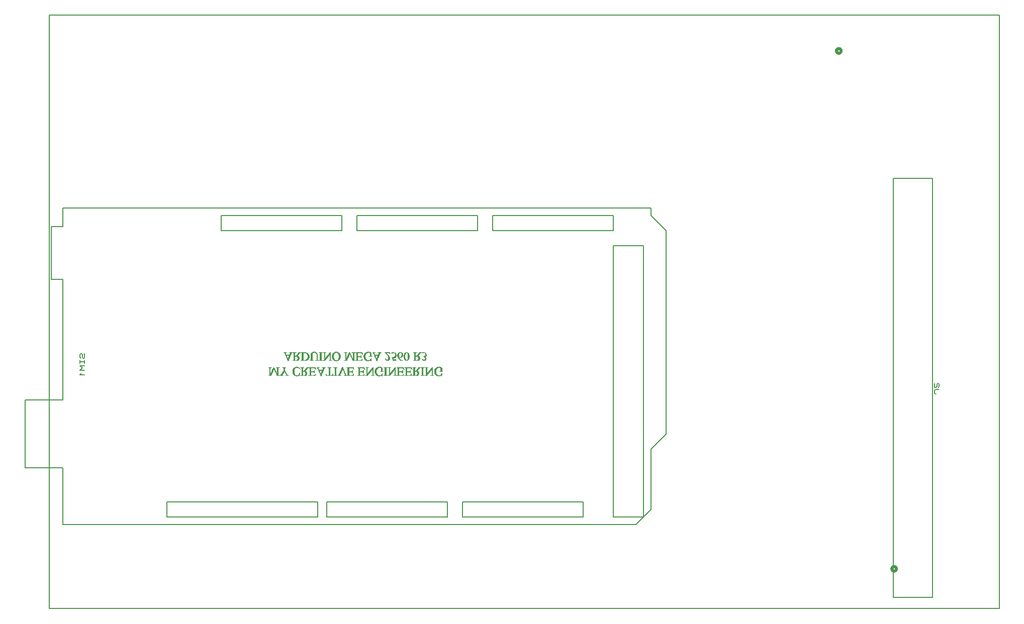
<source format=gbr>
G04 PROTEUS GERBER X2 FILE*
%TF.GenerationSoftware,Labcenter,Proteus,8.13-SP0-Build31525*%
%TF.CreationDate,2024-05-27T19:39:57+00:00*%
%TF.FileFunction,Legend,Bot*%
%TF.FilePolarity,Positive*%
%TF.Part,Single*%
%TF.SameCoordinates,{9f387fc5-f7ba-42a6-a927-b5c1fa408f1c}*%
%FSLAX45Y45*%
%MOMM*%
G01*
%TA.AperFunction,Profile*%
%ADD25C,0.203200*%
%TA.AperFunction,Material*%
%ADD28C,0.203200*%
%ADD30C,0.063500*%
%ADD29C,0.508000*%
%ADD72C,0.152400*%
%TD.AperFunction*%
D25*
X-8000000Y-5000000D02*
X+8000000Y-5000000D01*
X+8000000Y+5000000D01*
X-8000000Y+5000000D01*
X-8000000Y-5000000D01*
D28*
X-7772400Y+1752600D02*
X+2133600Y+1752600D01*
X+2387600Y+1371600D02*
X+2387600Y-2057400D01*
X+2133600Y+1752600D02*
X+2133600Y+1625600D01*
X+2387600Y+1371600D01*
X+1879600Y-3581400D02*
X-7772400Y-3581400D01*
X+2387600Y-2057400D02*
X+2133600Y-2311400D01*
X+2133600Y-3327400D01*
X+1879600Y-3581400D01*
X-7772400Y-2628900D02*
X-7772400Y-3581400D01*
X-7772400Y+1435100D02*
X-7962900Y+1435100D01*
X-7962900Y+546100D01*
X-7772400Y+546100D02*
X-7962900Y+546100D01*
X-7772400Y+1435100D02*
X-7772400Y+1752600D01*
X-7772400Y-1485900D02*
X-8407400Y-1485900D01*
X-8407400Y-2628900D01*
X-7772400Y-2628900D02*
X-8407400Y-2628900D01*
X-7772400Y+546100D02*
X-7772400Y-1485900D01*
D30*
X-3853220Y-1075680D02*
X-3817660Y-1075680D01*
X-3792260Y-1075680D02*
X-3787180Y-1075680D01*
X-3426500Y-1075680D02*
X-3421420Y-1075680D01*
X-2466380Y-1075680D02*
X-2425740Y-1075680D01*
X-2400340Y-1075680D02*
X-2395260Y-1075680D01*
X-1465620Y-1075680D02*
X-1424980Y-1075680D01*
X-1399580Y-1075680D02*
X-1394500Y-1075680D01*
X-4310420Y-1070600D02*
X-4269780Y-1070600D01*
X-4163100Y-1070600D02*
X-4061500Y-1070600D01*
X-4020860Y-1070600D02*
X-3970060Y-1070600D01*
X-3868460Y-1070600D02*
X-3807500Y-1070600D01*
X-3797340Y-1070600D02*
X-3787180Y-1070600D01*
X-3771940Y-1070600D02*
X-3690660Y-1070600D01*
X-3634780Y-1070600D02*
X-3517940Y-1070600D01*
X-3431580Y-1070600D02*
X-3421420Y-1070600D01*
X-3345220Y-1070600D02*
X-3223300Y-1070600D01*
X-3213140Y-1070600D02*
X-3152180Y-1070600D01*
X-3142020Y-1070600D02*
X-3086140Y-1070600D01*
X-3035340Y-1070600D02*
X-2877860Y-1070600D01*
X-2811820Y-1070600D02*
X-2694980Y-1070600D01*
X-2679740Y-1070600D02*
X-2644180Y-1070600D01*
X-2578140Y-1070600D02*
X-2527340Y-1070600D01*
X-2476540Y-1070600D02*
X-2415580Y-1070600D01*
X-2400340Y-1070600D02*
X-2395260Y-1070600D01*
X-2369860Y-1070600D02*
X-2308900Y-1070600D01*
X-2303820Y-1070600D02*
X-2268260Y-1070600D01*
X-2202220Y-1070600D02*
X-2034580Y-1070600D01*
X-2019340Y-1070600D02*
X-1902500Y-1070600D01*
X-1887260Y-1070600D02*
X-1805980Y-1070600D01*
X-1745020Y-1070600D02*
X-1684060Y-1070600D01*
X-1678980Y-1070600D02*
X-1643420Y-1070600D01*
X-1577380Y-1070600D02*
X-1526580Y-1070600D01*
X-1475780Y-1070600D02*
X-1414820Y-1070600D01*
X-1399580Y-1070600D02*
X-1394500Y-1070600D01*
X-4295180Y-1065520D02*
X-4264700Y-1065520D01*
X-4168180Y-1065520D02*
X-4137700Y-1065520D01*
X-4112300Y-1065520D02*
X-4071660Y-1065520D01*
X-4010700Y-1065520D02*
X-3985300Y-1065520D01*
X-3873540Y-1065520D02*
X-3848140Y-1065520D01*
X-3817660Y-1065520D02*
X-3787180Y-1065520D01*
X-3756700Y-1065520D02*
X-3675420Y-1065520D01*
X-3619540Y-1065520D02*
X-3517940Y-1065520D01*
X-3431580Y-1065520D02*
X-3416340Y-1065520D01*
X-3345220Y-1065520D02*
X-3223300Y-1065520D01*
X-3197900Y-1065520D02*
X-3167420Y-1065520D01*
X-3131860Y-1065520D02*
X-3096300Y-1065520D01*
X-3025180Y-1065520D02*
X-2999780Y-1065520D01*
X-2979460Y-1065520D02*
X-2877860Y-1065520D01*
X-2796580Y-1065520D02*
X-2694980Y-1065520D01*
X-2669580Y-1065520D02*
X-2639100Y-1065520D01*
X-2562900Y-1065520D02*
X-2542580Y-1065520D01*
X-2486700Y-1065520D02*
X-2456220Y-1065520D01*
X-2425740Y-1065520D02*
X-2395260Y-1065520D01*
X-2354620Y-1065520D02*
X-2324140Y-1065520D01*
X-2293660Y-1065520D02*
X-2263180Y-1065520D01*
X-2186980Y-1065520D02*
X-2166660Y-1065520D01*
X-2136180Y-1065520D02*
X-2034580Y-1065520D01*
X-2004100Y-1065520D02*
X-1902500Y-1065520D01*
X-1872020Y-1065520D02*
X-1790740Y-1065520D01*
X-1729780Y-1065520D02*
X-1699300Y-1065520D01*
X-1668820Y-1065520D02*
X-1638340Y-1065520D01*
X-1562140Y-1065520D02*
X-1541820Y-1065520D01*
X-1485940Y-1065520D02*
X-1455460Y-1065520D01*
X-1424980Y-1065520D02*
X-1394500Y-1065520D01*
X-4290100Y-1060440D02*
X-4264700Y-1060440D01*
X-4168180Y-1060440D02*
X-4142780Y-1060440D01*
X-4102140Y-1060440D02*
X-4076740Y-1060440D01*
X-4005620Y-1060440D02*
X-3990380Y-1060440D01*
X-3878620Y-1060440D02*
X-3858300Y-1060440D01*
X-3807500Y-1060440D02*
X-3787180Y-1060440D01*
X-3751620Y-1060440D02*
X-3731300Y-1060440D01*
X-3700820Y-1060440D02*
X-3670340Y-1060440D01*
X-3614460Y-1060440D02*
X-3594140Y-1060440D01*
X-3533180Y-1060440D02*
X-3517940Y-1060440D01*
X-3436660Y-1060440D02*
X-3416340Y-1060440D01*
X-3345220Y-1060440D02*
X-3329980Y-1060440D01*
X-3294420Y-1060440D02*
X-3274100Y-1060440D01*
X-3238540Y-1060440D02*
X-3223300Y-1060440D01*
X-3192820Y-1060440D02*
X-3172500Y-1060440D01*
X-3126780Y-1060440D02*
X-3101380Y-1060440D01*
X-3020100Y-1060440D02*
X-3004860Y-1060440D01*
X-2974380Y-1060440D02*
X-2954060Y-1060440D01*
X-2893100Y-1060440D02*
X-2877860Y-1060440D01*
X-2791500Y-1060440D02*
X-2771180Y-1060440D01*
X-2710220Y-1060440D02*
X-2694980Y-1060440D01*
X-2659420Y-1060440D02*
X-2634020Y-1060440D01*
X-2557820Y-1060440D02*
X-2547660Y-1060440D01*
X-2491780Y-1060440D02*
X-2466380Y-1060440D01*
X-2415580Y-1060440D02*
X-2395260Y-1060440D01*
X-2349540Y-1060440D02*
X-2329220Y-1060440D01*
X-2283500Y-1060440D02*
X-2258100Y-1060440D01*
X-2181900Y-1060440D02*
X-2171740Y-1060440D01*
X-2131100Y-1060440D02*
X-2110780Y-1060440D01*
X-2049820Y-1060440D02*
X-2034580Y-1060440D01*
X-1999020Y-1060440D02*
X-1978700Y-1060440D01*
X-1917740Y-1060440D02*
X-1902500Y-1060440D01*
X-1866940Y-1060440D02*
X-1846620Y-1060440D01*
X-1816140Y-1060440D02*
X-1785660Y-1060440D01*
X-1724700Y-1060440D02*
X-1704380Y-1060440D01*
X-1658660Y-1060440D02*
X-1633260Y-1060440D01*
X-1557060Y-1060440D02*
X-1546900Y-1060440D01*
X-1491020Y-1060440D02*
X-1465620Y-1060440D01*
X-1414820Y-1060440D02*
X-1394500Y-1060440D01*
X-4290100Y-1055360D02*
X-4259620Y-1055360D01*
X-4173260Y-1055360D02*
X-4142780Y-1055360D01*
X-4102140Y-1055360D02*
X-4076740Y-1055360D01*
X-4005620Y-1055360D02*
X-3995460Y-1055360D01*
X-3883700Y-1055360D02*
X-3863380Y-1055360D01*
X-3802420Y-1055360D02*
X-3787180Y-1055360D01*
X-3751620Y-1055360D02*
X-3731300Y-1055360D01*
X-3690660Y-1055360D02*
X-3665260Y-1055360D01*
X-3614460Y-1055360D02*
X-3594140Y-1055360D01*
X-3528100Y-1055360D02*
X-3517940Y-1055360D01*
X-3436660Y-1055360D02*
X-3411260Y-1055360D01*
X-3345220Y-1055360D02*
X-3335060Y-1055360D01*
X-3294420Y-1055360D02*
X-3274100Y-1055360D01*
X-3233460Y-1055360D02*
X-3223300Y-1055360D01*
X-3192820Y-1055360D02*
X-3172500Y-1055360D01*
X-3121700Y-1055360D02*
X-3101380Y-1055360D01*
X-3020100Y-1055360D02*
X-3009940Y-1055360D01*
X-2974380Y-1055360D02*
X-2954060Y-1055360D01*
X-2888020Y-1055360D02*
X-2877860Y-1055360D01*
X-2791500Y-1055360D02*
X-2771180Y-1055360D01*
X-2705140Y-1055360D02*
X-2694980Y-1055360D01*
X-2654340Y-1055360D02*
X-2628940Y-1055360D01*
X-2557820Y-1055360D02*
X-2547660Y-1055360D01*
X-2496860Y-1055360D02*
X-2471460Y-1055360D01*
X-2405420Y-1055360D02*
X-2390180Y-1055360D01*
X-2349540Y-1055360D02*
X-2329220Y-1055360D01*
X-2278420Y-1055360D02*
X-2253020Y-1055360D01*
X-2181900Y-1055360D02*
X-2171740Y-1055360D01*
X-2131100Y-1055360D02*
X-2110780Y-1055360D01*
X-2044740Y-1055360D02*
X-2034580Y-1055360D01*
X-1999020Y-1055360D02*
X-1978700Y-1055360D01*
X-1912660Y-1055360D02*
X-1902500Y-1055360D01*
X-1866940Y-1055360D02*
X-1846620Y-1055360D01*
X-1805980Y-1055360D02*
X-1780580Y-1055360D01*
X-1724700Y-1055360D02*
X-1704380Y-1055360D01*
X-1653580Y-1055360D02*
X-1628180Y-1055360D01*
X-1557060Y-1055360D02*
X-1546900Y-1055360D01*
X-1496100Y-1055360D02*
X-1470700Y-1055360D01*
X-1404660Y-1055360D02*
X-1389420Y-1055360D01*
X-4290100Y-1050280D02*
X-4259620Y-1050280D01*
X-4173260Y-1050280D02*
X-4142780Y-1050280D01*
X-4097060Y-1050280D02*
X-4071660Y-1050280D01*
X-4010700Y-1050280D02*
X-4000540Y-1050280D01*
X-3888780Y-1050280D02*
X-3868460Y-1050280D01*
X-3797340Y-1050280D02*
X-3782100Y-1050280D01*
X-3751620Y-1050280D02*
X-3731300Y-1050280D01*
X-3685580Y-1050280D02*
X-3665260Y-1050280D01*
X-3614460Y-1050280D02*
X-3594140Y-1050280D01*
X-3523020Y-1050280D02*
X-3517940Y-1050280D01*
X-3436660Y-1050280D02*
X-3411260Y-1050280D01*
X-3345220Y-1050280D02*
X-3335060Y-1050280D01*
X-3294420Y-1050280D02*
X-3274100Y-1050280D01*
X-3233460Y-1050280D02*
X-3223300Y-1050280D01*
X-3192820Y-1050280D02*
X-3172500Y-1050280D01*
X-3121700Y-1050280D02*
X-3101380Y-1050280D01*
X-3020100Y-1050280D02*
X-3009940Y-1050280D01*
X-2974380Y-1050280D02*
X-2954060Y-1050280D01*
X-2882940Y-1050280D02*
X-2877860Y-1050280D01*
X-2791500Y-1050280D02*
X-2771180Y-1050280D01*
X-2700060Y-1050280D02*
X-2694980Y-1050280D01*
X-2654340Y-1050280D02*
X-2628940Y-1050280D01*
X-2557820Y-1050280D02*
X-2547660Y-1050280D01*
X-2501940Y-1050280D02*
X-2476540Y-1050280D01*
X-2405420Y-1050280D02*
X-2390180Y-1050280D01*
X-2349540Y-1050280D02*
X-2329220Y-1050280D01*
X-2278420Y-1050280D02*
X-2253020Y-1050280D01*
X-2181900Y-1050280D02*
X-2171740Y-1050280D01*
X-2131100Y-1050280D02*
X-2110780Y-1050280D01*
X-2039660Y-1050280D02*
X-2034580Y-1050280D01*
X-1999020Y-1050280D02*
X-1978700Y-1050280D01*
X-1907580Y-1050280D02*
X-1902500Y-1050280D01*
X-1866940Y-1050280D02*
X-1846620Y-1050280D01*
X-1800900Y-1050280D02*
X-1780580Y-1050280D01*
X-1724700Y-1050280D02*
X-1704380Y-1050280D01*
X-1653580Y-1050280D02*
X-1628180Y-1050280D01*
X-1557060Y-1050280D02*
X-1546900Y-1050280D01*
X-1501180Y-1050280D02*
X-1475780Y-1050280D01*
X-1404660Y-1050280D02*
X-1389420Y-1050280D01*
X-4290100Y-1045200D02*
X-4254540Y-1045200D01*
X-4178340Y-1045200D02*
X-4142780Y-1045200D01*
X-4091980Y-1045200D02*
X-4071660Y-1045200D01*
X-4010700Y-1045200D02*
X-4000540Y-1045200D01*
X-3893860Y-1045200D02*
X-3868460Y-1045200D01*
X-3792260Y-1045200D02*
X-3782100Y-1045200D01*
X-3751620Y-1045200D02*
X-3731300Y-1045200D01*
X-3685580Y-1045200D02*
X-3660180Y-1045200D01*
X-3614460Y-1045200D02*
X-3594140Y-1045200D01*
X-3523020Y-1045200D02*
X-3517940Y-1045200D01*
X-3441740Y-1045200D02*
X-3411260Y-1045200D01*
X-3345220Y-1045200D02*
X-3340140Y-1045200D01*
X-3294420Y-1045200D02*
X-3274100Y-1045200D01*
X-3228380Y-1045200D02*
X-3223300Y-1045200D01*
X-3192820Y-1045200D02*
X-3172500Y-1045200D01*
X-3121700Y-1045200D02*
X-3096300Y-1045200D01*
X-3025180Y-1045200D02*
X-3015020Y-1045200D01*
X-2974380Y-1045200D02*
X-2954060Y-1045200D01*
X-2882940Y-1045200D02*
X-2877860Y-1045200D01*
X-2791500Y-1045200D02*
X-2771180Y-1045200D01*
X-2700060Y-1045200D02*
X-2694980Y-1045200D01*
X-2654340Y-1045200D02*
X-2623860Y-1045200D01*
X-2557820Y-1045200D02*
X-2547660Y-1045200D01*
X-2501940Y-1045200D02*
X-2481620Y-1045200D01*
X-2400340Y-1045200D02*
X-2390180Y-1045200D01*
X-2349540Y-1045200D02*
X-2329220Y-1045200D01*
X-2278420Y-1045200D02*
X-2247940Y-1045200D01*
X-2181900Y-1045200D02*
X-2171740Y-1045200D01*
X-2131100Y-1045200D02*
X-2110780Y-1045200D01*
X-2039660Y-1045200D02*
X-2034580Y-1045200D01*
X-1999020Y-1045200D02*
X-1978700Y-1045200D01*
X-1907580Y-1045200D02*
X-1902500Y-1045200D01*
X-1866940Y-1045200D02*
X-1846620Y-1045200D01*
X-1800900Y-1045200D02*
X-1775500Y-1045200D01*
X-1724700Y-1045200D02*
X-1704380Y-1045200D01*
X-1653580Y-1045200D02*
X-1623100Y-1045200D01*
X-1557060Y-1045200D02*
X-1546900Y-1045200D01*
X-1501180Y-1045200D02*
X-1480860Y-1045200D01*
X-1399580Y-1045200D02*
X-1389420Y-1045200D01*
X-4290100Y-1040120D02*
X-4279940Y-1040120D01*
X-4274860Y-1040120D02*
X-4254540Y-1040120D01*
X-4178340Y-1040120D02*
X-4168180Y-1040120D01*
X-4163100Y-1040120D02*
X-4142780Y-1040120D01*
X-4086900Y-1040120D02*
X-4066580Y-1040120D01*
X-4015780Y-1040120D02*
X-4005620Y-1040120D01*
X-3893860Y-1040120D02*
X-3873540Y-1040120D01*
X-3792260Y-1040120D02*
X-3782100Y-1040120D01*
X-3751620Y-1040120D02*
X-3731300Y-1040120D01*
X-3680500Y-1040120D02*
X-3660180Y-1040120D01*
X-3614460Y-1040120D02*
X-3594140Y-1040120D01*
X-3441740Y-1040120D02*
X-3431580Y-1040120D01*
X-3426500Y-1040120D02*
X-3406180Y-1040120D01*
X-3345220Y-1040120D02*
X-3340140Y-1040120D01*
X-3294420Y-1040120D02*
X-3274100Y-1040120D01*
X-3228380Y-1040120D02*
X-3223300Y-1040120D01*
X-3192820Y-1040120D02*
X-3172500Y-1040120D01*
X-3116620Y-1040120D02*
X-3096300Y-1040120D01*
X-3025180Y-1040120D02*
X-3015020Y-1040120D01*
X-2974380Y-1040120D02*
X-2954060Y-1040120D01*
X-2791500Y-1040120D02*
X-2771180Y-1040120D01*
X-2654340Y-1040120D02*
X-2618780Y-1040120D01*
X-2557820Y-1040120D02*
X-2547660Y-1040120D01*
X-2507020Y-1040120D02*
X-2486700Y-1040120D01*
X-2400340Y-1040120D02*
X-2390180Y-1040120D01*
X-2349540Y-1040120D02*
X-2329220Y-1040120D01*
X-2278420Y-1040120D02*
X-2242860Y-1040120D01*
X-2181900Y-1040120D02*
X-2171740Y-1040120D01*
X-2131100Y-1040120D02*
X-2110780Y-1040120D01*
X-1999020Y-1040120D02*
X-1978700Y-1040120D01*
X-1866940Y-1040120D02*
X-1846620Y-1040120D01*
X-1795820Y-1040120D02*
X-1775500Y-1040120D01*
X-1724700Y-1040120D02*
X-1704380Y-1040120D01*
X-1653580Y-1040120D02*
X-1618020Y-1040120D01*
X-1557060Y-1040120D02*
X-1546900Y-1040120D01*
X-1506260Y-1040120D02*
X-1485940Y-1040120D01*
X-1399580Y-1040120D02*
X-1389420Y-1040120D01*
X-4290100Y-1035040D02*
X-4279940Y-1035040D01*
X-4274860Y-1035040D02*
X-4249460Y-1035040D01*
X-4178340Y-1035040D02*
X-4168180Y-1035040D01*
X-4163100Y-1035040D02*
X-4142780Y-1035040D01*
X-4086900Y-1035040D02*
X-4061500Y-1035040D01*
X-4020860Y-1035040D02*
X-4010700Y-1035040D01*
X-3898940Y-1035040D02*
X-3873540Y-1035040D01*
X-3787180Y-1035040D02*
X-3782100Y-1035040D01*
X-3751620Y-1035040D02*
X-3731300Y-1035040D01*
X-3680500Y-1035040D02*
X-3660180Y-1035040D01*
X-3614460Y-1035040D02*
X-3594140Y-1035040D01*
X-3446820Y-1035040D02*
X-3431580Y-1035040D01*
X-3426500Y-1035040D02*
X-3406180Y-1035040D01*
X-3294420Y-1035040D02*
X-3274100Y-1035040D01*
X-3192820Y-1035040D02*
X-3172500Y-1035040D01*
X-3116620Y-1035040D02*
X-3091220Y-1035040D01*
X-3025180Y-1035040D02*
X-3015020Y-1035040D01*
X-2974380Y-1035040D02*
X-2954060Y-1035040D01*
X-2791500Y-1035040D02*
X-2771180Y-1035040D01*
X-2654340Y-1035040D02*
X-2644180Y-1035040D01*
X-2639100Y-1035040D02*
X-2613700Y-1035040D01*
X-2557820Y-1035040D02*
X-2547660Y-1035040D01*
X-2512100Y-1035040D02*
X-2486700Y-1035040D01*
X-2395260Y-1035040D02*
X-2390180Y-1035040D01*
X-2349540Y-1035040D02*
X-2329220Y-1035040D01*
X-2278420Y-1035040D02*
X-2268260Y-1035040D01*
X-2263180Y-1035040D02*
X-2237780Y-1035040D01*
X-2181900Y-1035040D02*
X-2171740Y-1035040D01*
X-2131100Y-1035040D02*
X-2110780Y-1035040D01*
X-1999020Y-1035040D02*
X-1978700Y-1035040D01*
X-1866940Y-1035040D02*
X-1846620Y-1035040D01*
X-1795820Y-1035040D02*
X-1775500Y-1035040D01*
X-1724700Y-1035040D02*
X-1704380Y-1035040D01*
X-1653580Y-1035040D02*
X-1643420Y-1035040D01*
X-1638340Y-1035040D02*
X-1612940Y-1035040D01*
X-1557060Y-1035040D02*
X-1546900Y-1035040D01*
X-1511340Y-1035040D02*
X-1485940Y-1035040D01*
X-1394500Y-1035040D02*
X-1389420Y-1035040D01*
X-4290100Y-1029960D02*
X-4279940Y-1029960D01*
X-4269780Y-1029960D02*
X-4249460Y-1029960D01*
X-4183420Y-1029960D02*
X-4173260Y-1029960D01*
X-4163100Y-1029960D02*
X-4142780Y-1029960D01*
X-4081820Y-1029960D02*
X-4056420Y-1029960D01*
X-4020860Y-1029960D02*
X-4010700Y-1029960D01*
X-3898940Y-1029960D02*
X-3873540Y-1029960D01*
X-3787180Y-1029960D02*
X-3782100Y-1029960D01*
X-3751620Y-1029960D02*
X-3731300Y-1029960D01*
X-3680500Y-1029960D02*
X-3660180Y-1029960D01*
X-3614460Y-1029960D02*
X-3594140Y-1029960D01*
X-3538260Y-1029960D02*
X-3533180Y-1029960D01*
X-3446820Y-1029960D02*
X-3436660Y-1029960D01*
X-3421420Y-1029960D02*
X-3401100Y-1029960D01*
X-3294420Y-1029960D02*
X-3274100Y-1029960D01*
X-3192820Y-1029960D02*
X-3172500Y-1029960D01*
X-3111540Y-1029960D02*
X-3091220Y-1029960D01*
X-3030260Y-1029960D02*
X-3020100Y-1029960D01*
X-2974380Y-1029960D02*
X-2954060Y-1029960D01*
X-2898180Y-1029960D02*
X-2893100Y-1029960D01*
X-2791500Y-1029960D02*
X-2771180Y-1029960D01*
X-2715300Y-1029960D02*
X-2710220Y-1029960D01*
X-2654340Y-1029960D02*
X-2644180Y-1029960D01*
X-2634020Y-1029960D02*
X-2608620Y-1029960D01*
X-2557820Y-1029960D02*
X-2547660Y-1029960D01*
X-2512100Y-1029960D02*
X-2486700Y-1029960D01*
X-2349540Y-1029960D02*
X-2329220Y-1029960D01*
X-2278420Y-1029960D02*
X-2268260Y-1029960D01*
X-2258100Y-1029960D02*
X-2232700Y-1029960D01*
X-2181900Y-1029960D02*
X-2171740Y-1029960D01*
X-2131100Y-1029960D02*
X-2110780Y-1029960D01*
X-2054900Y-1029960D02*
X-2049820Y-1029960D01*
X-1999020Y-1029960D02*
X-1978700Y-1029960D01*
X-1922820Y-1029960D02*
X-1917740Y-1029960D01*
X-1866940Y-1029960D02*
X-1846620Y-1029960D01*
X-1795820Y-1029960D02*
X-1775500Y-1029960D01*
X-1724700Y-1029960D02*
X-1704380Y-1029960D01*
X-1653580Y-1029960D02*
X-1643420Y-1029960D01*
X-1633260Y-1029960D02*
X-1607860Y-1029960D01*
X-1557060Y-1029960D02*
X-1546900Y-1029960D01*
X-1511340Y-1029960D02*
X-1485940Y-1029960D01*
X-4290100Y-1024880D02*
X-4279940Y-1024880D01*
X-4269780Y-1024880D02*
X-4244380Y-1024880D01*
X-4183420Y-1024880D02*
X-4173260Y-1024880D01*
X-4163100Y-1024880D02*
X-4142780Y-1024880D01*
X-4076740Y-1024880D02*
X-4056420Y-1024880D01*
X-4025940Y-1024880D02*
X-4015780Y-1024880D01*
X-3898940Y-1024880D02*
X-3878620Y-1024880D01*
X-3751620Y-1024880D02*
X-3731300Y-1024880D01*
X-3685580Y-1024880D02*
X-3660180Y-1024880D01*
X-3614460Y-1024880D02*
X-3594140Y-1024880D01*
X-3538260Y-1024880D02*
X-3533180Y-1024880D01*
X-3446820Y-1024880D02*
X-3436660Y-1024880D01*
X-3421420Y-1024880D02*
X-3401100Y-1024880D01*
X-3294420Y-1024880D02*
X-3274100Y-1024880D01*
X-3192820Y-1024880D02*
X-3172500Y-1024880D01*
X-3111540Y-1024880D02*
X-3086140Y-1024880D01*
X-3030260Y-1024880D02*
X-3020100Y-1024880D01*
X-2974380Y-1024880D02*
X-2954060Y-1024880D01*
X-2898180Y-1024880D02*
X-2893100Y-1024880D01*
X-2791500Y-1024880D02*
X-2771180Y-1024880D01*
X-2715300Y-1024880D02*
X-2710220Y-1024880D01*
X-2654340Y-1024880D02*
X-2644180Y-1024880D01*
X-2628940Y-1024880D02*
X-2603540Y-1024880D01*
X-2557820Y-1024880D02*
X-2547660Y-1024880D01*
X-2512100Y-1024880D02*
X-2491780Y-1024880D01*
X-2349540Y-1024880D02*
X-2329220Y-1024880D01*
X-2278420Y-1024880D02*
X-2268260Y-1024880D01*
X-2253020Y-1024880D02*
X-2227620Y-1024880D01*
X-2181900Y-1024880D02*
X-2171740Y-1024880D01*
X-2131100Y-1024880D02*
X-2110780Y-1024880D01*
X-2054900Y-1024880D02*
X-2049820Y-1024880D01*
X-1999020Y-1024880D02*
X-1978700Y-1024880D01*
X-1922820Y-1024880D02*
X-1917740Y-1024880D01*
X-1866940Y-1024880D02*
X-1846620Y-1024880D01*
X-1800900Y-1024880D02*
X-1775500Y-1024880D01*
X-1724700Y-1024880D02*
X-1704380Y-1024880D01*
X-1653580Y-1024880D02*
X-1643420Y-1024880D01*
X-1628180Y-1024880D02*
X-1602780Y-1024880D01*
X-1557060Y-1024880D02*
X-1546900Y-1024880D01*
X-1511340Y-1024880D02*
X-1491020Y-1024880D01*
X-4290100Y-1019800D02*
X-4279940Y-1019800D01*
X-4264700Y-1019800D02*
X-4244380Y-1019800D01*
X-4188500Y-1019800D02*
X-4178340Y-1019800D01*
X-4163100Y-1019800D02*
X-4142780Y-1019800D01*
X-4076740Y-1019800D02*
X-4051340Y-1019800D01*
X-4025940Y-1019800D02*
X-4015780Y-1019800D01*
X-3904020Y-1019800D02*
X-3878620Y-1019800D01*
X-3751620Y-1019800D02*
X-3731300Y-1019800D01*
X-3685580Y-1019800D02*
X-3660180Y-1019800D01*
X-3614460Y-1019800D02*
X-3594140Y-1019800D01*
X-3543340Y-1019800D02*
X-3533180Y-1019800D01*
X-3451900Y-1019800D02*
X-3441740Y-1019800D01*
X-3421420Y-1019800D02*
X-3401100Y-1019800D01*
X-3294420Y-1019800D02*
X-3274100Y-1019800D01*
X-3192820Y-1019800D02*
X-3172500Y-1019800D01*
X-3106460Y-1019800D02*
X-3086140Y-1019800D01*
X-3035340Y-1019800D02*
X-3025180Y-1019800D01*
X-2974380Y-1019800D02*
X-2954060Y-1019800D01*
X-2903260Y-1019800D02*
X-2893100Y-1019800D01*
X-2791500Y-1019800D02*
X-2771180Y-1019800D01*
X-2720380Y-1019800D02*
X-2710220Y-1019800D01*
X-2654340Y-1019800D02*
X-2644180Y-1019800D01*
X-2628940Y-1019800D02*
X-2603540Y-1019800D01*
X-2557820Y-1019800D02*
X-2547660Y-1019800D01*
X-2517180Y-1019800D02*
X-2491780Y-1019800D01*
X-2349540Y-1019800D02*
X-2329220Y-1019800D01*
X-2278420Y-1019800D02*
X-2268260Y-1019800D01*
X-2253020Y-1019800D02*
X-2227620Y-1019800D01*
X-2181900Y-1019800D02*
X-2171740Y-1019800D01*
X-2131100Y-1019800D02*
X-2110780Y-1019800D01*
X-2059980Y-1019800D02*
X-2049820Y-1019800D01*
X-1999020Y-1019800D02*
X-1978700Y-1019800D01*
X-1927900Y-1019800D02*
X-1917740Y-1019800D01*
X-1866940Y-1019800D02*
X-1846620Y-1019800D01*
X-1800900Y-1019800D02*
X-1775500Y-1019800D01*
X-1724700Y-1019800D02*
X-1704380Y-1019800D01*
X-1653580Y-1019800D02*
X-1643420Y-1019800D01*
X-1628180Y-1019800D02*
X-1602780Y-1019800D01*
X-1557060Y-1019800D02*
X-1546900Y-1019800D01*
X-1516420Y-1019800D02*
X-1491020Y-1019800D01*
X-4290100Y-1014720D02*
X-4279940Y-1014720D01*
X-4264700Y-1014720D02*
X-4239300Y-1014720D01*
X-4188500Y-1014720D02*
X-4178340Y-1014720D01*
X-4163100Y-1014720D02*
X-4142780Y-1014720D01*
X-4071660Y-1014720D02*
X-4046260Y-1014720D01*
X-4031020Y-1014720D02*
X-4020860Y-1014720D01*
X-3904020Y-1014720D02*
X-3878620Y-1014720D01*
X-3751620Y-1014720D02*
X-3731300Y-1014720D01*
X-3690660Y-1014720D02*
X-3665260Y-1014720D01*
X-3614460Y-1014720D02*
X-3594140Y-1014720D01*
X-3543340Y-1014720D02*
X-3533180Y-1014720D01*
X-3451900Y-1014720D02*
X-3441740Y-1014720D01*
X-3416340Y-1014720D02*
X-3396020Y-1014720D01*
X-3294420Y-1014720D02*
X-3274100Y-1014720D01*
X-3192820Y-1014720D02*
X-3172500Y-1014720D01*
X-3106460Y-1014720D02*
X-3086140Y-1014720D01*
X-3035340Y-1014720D02*
X-3025180Y-1014720D01*
X-2974380Y-1014720D02*
X-2954060Y-1014720D01*
X-2903260Y-1014720D02*
X-2893100Y-1014720D01*
X-2791500Y-1014720D02*
X-2771180Y-1014720D01*
X-2720380Y-1014720D02*
X-2710220Y-1014720D01*
X-2654340Y-1014720D02*
X-2644180Y-1014720D01*
X-2623860Y-1014720D02*
X-2598460Y-1014720D01*
X-2557820Y-1014720D02*
X-2547660Y-1014720D01*
X-2517180Y-1014720D02*
X-2491780Y-1014720D01*
X-2349540Y-1014720D02*
X-2329220Y-1014720D01*
X-2278420Y-1014720D02*
X-2268260Y-1014720D01*
X-2247940Y-1014720D02*
X-2222540Y-1014720D01*
X-2181900Y-1014720D02*
X-2171740Y-1014720D01*
X-2131100Y-1014720D02*
X-2110780Y-1014720D01*
X-2059980Y-1014720D02*
X-2049820Y-1014720D01*
X-1999020Y-1014720D02*
X-1978700Y-1014720D01*
X-1927900Y-1014720D02*
X-1917740Y-1014720D01*
X-1866940Y-1014720D02*
X-1846620Y-1014720D01*
X-1805980Y-1014720D02*
X-1780580Y-1014720D01*
X-1724700Y-1014720D02*
X-1704380Y-1014720D01*
X-1653580Y-1014720D02*
X-1643420Y-1014720D01*
X-1623100Y-1014720D02*
X-1597700Y-1014720D01*
X-1557060Y-1014720D02*
X-1546900Y-1014720D01*
X-1516420Y-1014720D02*
X-1491020Y-1014720D01*
X-4290100Y-1009640D02*
X-4279940Y-1009640D01*
X-4259620Y-1009640D02*
X-4239300Y-1009640D01*
X-4193580Y-1009640D02*
X-4183420Y-1009640D01*
X-4163100Y-1009640D02*
X-4142780Y-1009640D01*
X-4066580Y-1009640D02*
X-4046260Y-1009640D01*
X-4031020Y-1009640D02*
X-4020860Y-1009640D01*
X-3904020Y-1009640D02*
X-3878620Y-1009640D01*
X-3751620Y-1009640D02*
X-3731300Y-1009640D01*
X-3695740Y-1009640D02*
X-3670340Y-1009640D01*
X-3614460Y-1009640D02*
X-3533180Y-1009640D01*
X-3456980Y-1009640D02*
X-3441740Y-1009640D01*
X-3416340Y-1009640D02*
X-3396020Y-1009640D01*
X-3294420Y-1009640D02*
X-3274100Y-1009640D01*
X-3192820Y-1009640D02*
X-3172500Y-1009640D01*
X-3101380Y-1009640D02*
X-3081060Y-1009640D01*
X-3035340Y-1009640D02*
X-3025180Y-1009640D01*
X-2974380Y-1009640D02*
X-2893100Y-1009640D01*
X-2791500Y-1009640D02*
X-2710220Y-1009640D01*
X-2654340Y-1009640D02*
X-2644180Y-1009640D01*
X-2618780Y-1009640D02*
X-2593380Y-1009640D01*
X-2557820Y-1009640D02*
X-2547660Y-1009640D01*
X-2517180Y-1009640D02*
X-2491780Y-1009640D01*
X-2349540Y-1009640D02*
X-2329220Y-1009640D01*
X-2278420Y-1009640D02*
X-2268260Y-1009640D01*
X-2242860Y-1009640D02*
X-2217460Y-1009640D01*
X-2181900Y-1009640D02*
X-2171740Y-1009640D01*
X-2131100Y-1009640D02*
X-2049820Y-1009640D01*
X-1999020Y-1009640D02*
X-1917740Y-1009640D01*
X-1866940Y-1009640D02*
X-1846620Y-1009640D01*
X-1811060Y-1009640D02*
X-1785660Y-1009640D01*
X-1724700Y-1009640D02*
X-1704380Y-1009640D01*
X-1653580Y-1009640D02*
X-1643420Y-1009640D01*
X-1618020Y-1009640D02*
X-1592620Y-1009640D01*
X-1557060Y-1009640D02*
X-1546900Y-1009640D01*
X-1516420Y-1009640D02*
X-1491020Y-1009640D01*
X-4290100Y-1004560D02*
X-4279940Y-1004560D01*
X-4259620Y-1004560D02*
X-4234220Y-1004560D01*
X-4193580Y-1004560D02*
X-4183420Y-1004560D01*
X-4163100Y-1004560D02*
X-4142780Y-1004560D01*
X-4066580Y-1004560D02*
X-4041180Y-1004560D01*
X-4036100Y-1004560D02*
X-4025940Y-1004560D01*
X-3904020Y-1004560D02*
X-3878620Y-1004560D01*
X-3751620Y-1004560D02*
X-3731300Y-1004560D01*
X-3705900Y-1004560D02*
X-3670340Y-1004560D01*
X-3614460Y-1004560D02*
X-3533180Y-1004560D01*
X-3456980Y-1004560D02*
X-3446820Y-1004560D01*
X-3416340Y-1004560D02*
X-3390940Y-1004560D01*
X-3294420Y-1004560D02*
X-3274100Y-1004560D01*
X-3192820Y-1004560D02*
X-3172500Y-1004560D01*
X-3101380Y-1004560D02*
X-3081060Y-1004560D01*
X-3040420Y-1004560D02*
X-3030260Y-1004560D01*
X-2974380Y-1004560D02*
X-2893100Y-1004560D01*
X-2791500Y-1004560D02*
X-2710220Y-1004560D01*
X-2654340Y-1004560D02*
X-2644180Y-1004560D01*
X-2613700Y-1004560D02*
X-2588300Y-1004560D01*
X-2557820Y-1004560D02*
X-2547660Y-1004560D01*
X-2517180Y-1004560D02*
X-2491780Y-1004560D01*
X-2430820Y-1004560D02*
X-2374940Y-1004560D01*
X-2349540Y-1004560D02*
X-2329220Y-1004560D01*
X-2278420Y-1004560D02*
X-2268260Y-1004560D01*
X-2237780Y-1004560D02*
X-2212380Y-1004560D01*
X-2181900Y-1004560D02*
X-2171740Y-1004560D01*
X-2131100Y-1004560D02*
X-2049820Y-1004560D01*
X-1999020Y-1004560D02*
X-1917740Y-1004560D01*
X-1866940Y-1004560D02*
X-1846620Y-1004560D01*
X-1821220Y-1004560D02*
X-1785660Y-1004560D01*
X-1724700Y-1004560D02*
X-1704380Y-1004560D01*
X-1653580Y-1004560D02*
X-1643420Y-1004560D01*
X-1612940Y-1004560D02*
X-1587540Y-1004560D01*
X-1557060Y-1004560D02*
X-1546900Y-1004560D01*
X-1516420Y-1004560D02*
X-1491020Y-1004560D01*
X-1430060Y-1004560D02*
X-1374180Y-1004560D01*
X-4290100Y-999480D02*
X-4279940Y-999480D01*
X-4254540Y-999480D02*
X-4234220Y-999480D01*
X-4198660Y-999480D02*
X-4188500Y-999480D01*
X-4163100Y-999480D02*
X-4142780Y-999480D01*
X-4061500Y-999480D02*
X-4031020Y-999480D01*
X-3904020Y-999480D02*
X-3878620Y-999480D01*
X-3751620Y-999480D02*
X-3680500Y-999480D01*
X-3614460Y-999480D02*
X-3594140Y-999480D01*
X-3543340Y-999480D02*
X-3533180Y-999480D01*
X-3456980Y-999480D02*
X-3446820Y-999480D01*
X-3411260Y-999480D02*
X-3390940Y-999480D01*
X-3294420Y-999480D02*
X-3274100Y-999480D01*
X-3192820Y-999480D02*
X-3172500Y-999480D01*
X-3096300Y-999480D02*
X-3075980Y-999480D01*
X-3040420Y-999480D02*
X-3030260Y-999480D01*
X-2974380Y-999480D02*
X-2954060Y-999480D01*
X-2903260Y-999480D02*
X-2893100Y-999480D01*
X-2791500Y-999480D02*
X-2771180Y-999480D01*
X-2720380Y-999480D02*
X-2710220Y-999480D01*
X-2654340Y-999480D02*
X-2644180Y-999480D01*
X-2608620Y-999480D02*
X-2583220Y-999480D01*
X-2557820Y-999480D02*
X-2547660Y-999480D01*
X-2517180Y-999480D02*
X-2491780Y-999480D01*
X-2415580Y-999480D02*
X-2385100Y-999480D01*
X-2349540Y-999480D02*
X-2329220Y-999480D01*
X-2278420Y-999480D02*
X-2268260Y-999480D01*
X-2232700Y-999480D02*
X-2207300Y-999480D01*
X-2181900Y-999480D02*
X-2171740Y-999480D01*
X-2131100Y-999480D02*
X-2110780Y-999480D01*
X-2059980Y-999480D02*
X-2049820Y-999480D01*
X-1999020Y-999480D02*
X-1978700Y-999480D01*
X-1927900Y-999480D02*
X-1917740Y-999480D01*
X-1866940Y-999480D02*
X-1795820Y-999480D01*
X-1724700Y-999480D02*
X-1704380Y-999480D01*
X-1653580Y-999480D02*
X-1643420Y-999480D01*
X-1607860Y-999480D02*
X-1582460Y-999480D01*
X-1557060Y-999480D02*
X-1546900Y-999480D01*
X-1516420Y-999480D02*
X-1491020Y-999480D01*
X-1414820Y-999480D02*
X-1384340Y-999480D01*
X-4290100Y-994400D02*
X-4279940Y-994400D01*
X-4254540Y-994400D02*
X-4234220Y-994400D01*
X-4198660Y-994400D02*
X-4188500Y-994400D01*
X-4163100Y-994400D02*
X-4142780Y-994400D01*
X-4056420Y-994400D02*
X-4031020Y-994400D01*
X-3904020Y-994400D02*
X-3878620Y-994400D01*
X-3751620Y-994400D02*
X-3690660Y-994400D01*
X-3614460Y-994400D02*
X-3594140Y-994400D01*
X-3543340Y-994400D02*
X-3533180Y-994400D01*
X-3462060Y-994400D02*
X-3451900Y-994400D01*
X-3411260Y-994400D02*
X-3390940Y-994400D01*
X-3294420Y-994400D02*
X-3274100Y-994400D01*
X-3192820Y-994400D02*
X-3172500Y-994400D01*
X-3096300Y-994400D02*
X-3075980Y-994400D01*
X-3045500Y-994400D02*
X-3035340Y-994400D01*
X-2974380Y-994400D02*
X-2954060Y-994400D01*
X-2903260Y-994400D02*
X-2893100Y-994400D01*
X-2791500Y-994400D02*
X-2771180Y-994400D01*
X-2720380Y-994400D02*
X-2710220Y-994400D01*
X-2654340Y-994400D02*
X-2644180Y-994400D01*
X-2608620Y-994400D02*
X-2583220Y-994400D01*
X-2557820Y-994400D02*
X-2547660Y-994400D01*
X-2517180Y-994400D02*
X-2491780Y-994400D01*
X-2410500Y-994400D02*
X-2390180Y-994400D01*
X-2349540Y-994400D02*
X-2329220Y-994400D01*
X-2278420Y-994400D02*
X-2268260Y-994400D01*
X-2232700Y-994400D02*
X-2207300Y-994400D01*
X-2181900Y-994400D02*
X-2171740Y-994400D01*
X-2131100Y-994400D02*
X-2110780Y-994400D01*
X-2059980Y-994400D02*
X-2049820Y-994400D01*
X-1999020Y-994400D02*
X-1978700Y-994400D01*
X-1927900Y-994400D02*
X-1917740Y-994400D01*
X-1866940Y-994400D02*
X-1805980Y-994400D01*
X-1724700Y-994400D02*
X-1704380Y-994400D01*
X-1653580Y-994400D02*
X-1643420Y-994400D01*
X-1607860Y-994400D02*
X-1582460Y-994400D01*
X-1557060Y-994400D02*
X-1546900Y-994400D01*
X-1516420Y-994400D02*
X-1491020Y-994400D01*
X-1409740Y-994400D02*
X-1389420Y-994400D01*
X-4290100Y-989320D02*
X-4279940Y-989320D01*
X-4249460Y-989320D02*
X-4229140Y-989320D01*
X-4203740Y-989320D02*
X-4193580Y-989320D01*
X-4163100Y-989320D02*
X-4142780Y-989320D01*
X-4056420Y-989320D02*
X-4036100Y-989320D01*
X-3904020Y-989320D02*
X-3878620Y-989320D01*
X-3751620Y-989320D02*
X-3731300Y-989320D01*
X-3705900Y-989320D02*
X-3685580Y-989320D01*
X-3614460Y-989320D02*
X-3594140Y-989320D01*
X-3538260Y-989320D02*
X-3533180Y-989320D01*
X-3462060Y-989320D02*
X-3451900Y-989320D01*
X-3406180Y-989320D02*
X-3385860Y-989320D01*
X-3294420Y-989320D02*
X-3274100Y-989320D01*
X-3192820Y-989320D02*
X-3172500Y-989320D01*
X-3096300Y-989320D02*
X-3070900Y-989320D01*
X-3045500Y-989320D02*
X-3035340Y-989320D01*
X-2974380Y-989320D02*
X-2954060Y-989320D01*
X-2898180Y-989320D02*
X-2893100Y-989320D01*
X-2791500Y-989320D02*
X-2771180Y-989320D01*
X-2715300Y-989320D02*
X-2710220Y-989320D01*
X-2654340Y-989320D02*
X-2644180Y-989320D01*
X-2603540Y-989320D02*
X-2578140Y-989320D01*
X-2557820Y-989320D02*
X-2547660Y-989320D01*
X-2517180Y-989320D02*
X-2491780Y-989320D01*
X-2410500Y-989320D02*
X-2390180Y-989320D01*
X-2349540Y-989320D02*
X-2329220Y-989320D01*
X-2278420Y-989320D02*
X-2268260Y-989320D01*
X-2227620Y-989320D02*
X-2202220Y-989320D01*
X-2181900Y-989320D02*
X-2171740Y-989320D01*
X-2131100Y-989320D02*
X-2110780Y-989320D01*
X-2054900Y-989320D02*
X-2049820Y-989320D01*
X-1999020Y-989320D02*
X-1978700Y-989320D01*
X-1922820Y-989320D02*
X-1917740Y-989320D01*
X-1866940Y-989320D02*
X-1846620Y-989320D01*
X-1821220Y-989320D02*
X-1800900Y-989320D01*
X-1724700Y-989320D02*
X-1704380Y-989320D01*
X-1653580Y-989320D02*
X-1643420Y-989320D01*
X-1602780Y-989320D02*
X-1577380Y-989320D01*
X-1557060Y-989320D02*
X-1546900Y-989320D01*
X-1516420Y-989320D02*
X-1491020Y-989320D01*
X-1409740Y-989320D02*
X-1389420Y-989320D01*
X-4290100Y-984240D02*
X-4279940Y-984240D01*
X-4249460Y-984240D02*
X-4229140Y-984240D01*
X-4203740Y-984240D02*
X-4193580Y-984240D01*
X-4163100Y-984240D02*
X-4142780Y-984240D01*
X-4056420Y-984240D02*
X-4036100Y-984240D01*
X-3904020Y-984240D02*
X-3878620Y-984240D01*
X-3751620Y-984240D02*
X-3731300Y-984240D01*
X-3705900Y-984240D02*
X-3680500Y-984240D01*
X-3614460Y-984240D02*
X-3594140Y-984240D01*
X-3538260Y-984240D02*
X-3533180Y-984240D01*
X-3467140Y-984240D02*
X-3385860Y-984240D01*
X-3294420Y-984240D02*
X-3274100Y-984240D01*
X-3192820Y-984240D02*
X-3172500Y-984240D01*
X-3091220Y-984240D02*
X-3070900Y-984240D01*
X-3045500Y-984240D02*
X-3035340Y-984240D01*
X-2974380Y-984240D02*
X-2954060Y-984240D01*
X-2898180Y-984240D02*
X-2893100Y-984240D01*
X-2791500Y-984240D02*
X-2771180Y-984240D01*
X-2715300Y-984240D02*
X-2710220Y-984240D01*
X-2654340Y-984240D02*
X-2644180Y-984240D01*
X-2598460Y-984240D02*
X-2573060Y-984240D01*
X-2557820Y-984240D02*
X-2547660Y-984240D01*
X-2517180Y-984240D02*
X-2491780Y-984240D01*
X-2410500Y-984240D02*
X-2390180Y-984240D01*
X-2349540Y-984240D02*
X-2329220Y-984240D01*
X-2278420Y-984240D02*
X-2268260Y-984240D01*
X-2222540Y-984240D02*
X-2197140Y-984240D01*
X-2181900Y-984240D02*
X-2171740Y-984240D01*
X-2131100Y-984240D02*
X-2110780Y-984240D01*
X-2054900Y-984240D02*
X-2049820Y-984240D01*
X-1999020Y-984240D02*
X-1978700Y-984240D01*
X-1922820Y-984240D02*
X-1917740Y-984240D01*
X-1866940Y-984240D02*
X-1846620Y-984240D01*
X-1821220Y-984240D02*
X-1795820Y-984240D01*
X-1724700Y-984240D02*
X-1704380Y-984240D01*
X-1653580Y-984240D02*
X-1643420Y-984240D01*
X-1597700Y-984240D02*
X-1572300Y-984240D01*
X-1557060Y-984240D02*
X-1546900Y-984240D01*
X-1516420Y-984240D02*
X-1491020Y-984240D01*
X-1409740Y-984240D02*
X-1389420Y-984240D01*
X-4290100Y-979160D02*
X-4279940Y-979160D01*
X-4244380Y-979160D02*
X-4224060Y-979160D01*
X-4208820Y-979160D02*
X-4198660Y-979160D01*
X-4163100Y-979160D02*
X-4142780Y-979160D01*
X-4056420Y-979160D02*
X-4036100Y-979160D01*
X-3904020Y-979160D02*
X-3878620Y-979160D01*
X-3751620Y-979160D02*
X-3731300Y-979160D01*
X-3700820Y-979160D02*
X-3680500Y-979160D01*
X-3614460Y-979160D02*
X-3594140Y-979160D01*
X-3467140Y-979160D02*
X-3380780Y-979160D01*
X-3294420Y-979160D02*
X-3274100Y-979160D01*
X-3192820Y-979160D02*
X-3172500Y-979160D01*
X-3091220Y-979160D02*
X-3065820Y-979160D01*
X-3050580Y-979160D02*
X-3040420Y-979160D01*
X-2974380Y-979160D02*
X-2954060Y-979160D01*
X-2791500Y-979160D02*
X-2771180Y-979160D01*
X-2654340Y-979160D02*
X-2644180Y-979160D01*
X-2593380Y-979160D02*
X-2567980Y-979160D01*
X-2557820Y-979160D02*
X-2547660Y-979160D01*
X-2512100Y-979160D02*
X-2486700Y-979160D01*
X-2410500Y-979160D02*
X-2390180Y-979160D01*
X-2349540Y-979160D02*
X-2329220Y-979160D01*
X-2278420Y-979160D02*
X-2268260Y-979160D01*
X-2217460Y-979160D02*
X-2192060Y-979160D01*
X-2181900Y-979160D02*
X-2171740Y-979160D01*
X-2131100Y-979160D02*
X-2110780Y-979160D01*
X-1999020Y-979160D02*
X-1978700Y-979160D01*
X-1866940Y-979160D02*
X-1846620Y-979160D01*
X-1816140Y-979160D02*
X-1795820Y-979160D01*
X-1724700Y-979160D02*
X-1704380Y-979160D01*
X-1653580Y-979160D02*
X-1643420Y-979160D01*
X-1592620Y-979160D02*
X-1567220Y-979160D01*
X-1557060Y-979160D02*
X-1546900Y-979160D01*
X-1511340Y-979160D02*
X-1485940Y-979160D01*
X-1409740Y-979160D02*
X-1389420Y-979160D01*
X-4290100Y-974080D02*
X-4279940Y-974080D01*
X-4244380Y-974080D02*
X-4224060Y-974080D01*
X-4208820Y-974080D02*
X-4198660Y-974080D01*
X-4163100Y-974080D02*
X-4142780Y-974080D01*
X-4056420Y-974080D02*
X-4036100Y-974080D01*
X-3898940Y-974080D02*
X-3873540Y-974080D01*
X-3751620Y-974080D02*
X-3731300Y-974080D01*
X-3695740Y-974080D02*
X-3675420Y-974080D01*
X-3614460Y-974080D02*
X-3594140Y-974080D01*
X-3472220Y-974080D02*
X-3456980Y-974080D01*
X-3401100Y-974080D02*
X-3380780Y-974080D01*
X-3294420Y-974080D02*
X-3274100Y-974080D01*
X-3192820Y-974080D02*
X-3172500Y-974080D01*
X-3086140Y-974080D02*
X-3065820Y-974080D01*
X-3050580Y-974080D02*
X-3040420Y-974080D01*
X-2974380Y-974080D02*
X-2954060Y-974080D01*
X-2791500Y-974080D02*
X-2771180Y-974080D01*
X-2654340Y-974080D02*
X-2644180Y-974080D01*
X-2588300Y-974080D02*
X-2562900Y-974080D01*
X-2557820Y-974080D02*
X-2547660Y-974080D01*
X-2512100Y-974080D02*
X-2486700Y-974080D01*
X-2410500Y-974080D02*
X-2390180Y-974080D01*
X-2349540Y-974080D02*
X-2329220Y-974080D01*
X-2278420Y-974080D02*
X-2268260Y-974080D01*
X-2212380Y-974080D02*
X-2186980Y-974080D01*
X-2181900Y-974080D02*
X-2171740Y-974080D01*
X-2131100Y-974080D02*
X-2110780Y-974080D01*
X-1999020Y-974080D02*
X-1978700Y-974080D01*
X-1866940Y-974080D02*
X-1846620Y-974080D01*
X-1811060Y-974080D02*
X-1790740Y-974080D01*
X-1724700Y-974080D02*
X-1704380Y-974080D01*
X-1653580Y-974080D02*
X-1643420Y-974080D01*
X-1587540Y-974080D02*
X-1562140Y-974080D01*
X-1557060Y-974080D02*
X-1546900Y-974080D01*
X-1511340Y-974080D02*
X-1485940Y-974080D01*
X-1409740Y-974080D02*
X-1389420Y-974080D01*
X-4290100Y-969000D02*
X-4279940Y-969000D01*
X-4244380Y-969000D02*
X-4218980Y-969000D01*
X-4213900Y-969000D02*
X-4198660Y-969000D01*
X-4163100Y-969000D02*
X-4142780Y-969000D01*
X-4056420Y-969000D02*
X-4036100Y-969000D01*
X-3898940Y-969000D02*
X-3873540Y-969000D01*
X-3751620Y-969000D02*
X-3731300Y-969000D01*
X-3690660Y-969000D02*
X-3670340Y-969000D01*
X-3614460Y-969000D02*
X-3594140Y-969000D01*
X-3472220Y-969000D02*
X-3462060Y-969000D01*
X-3401100Y-969000D02*
X-3380780Y-969000D01*
X-3294420Y-969000D02*
X-3274100Y-969000D01*
X-3192820Y-969000D02*
X-3172500Y-969000D01*
X-3086140Y-969000D02*
X-3065820Y-969000D01*
X-3055660Y-969000D02*
X-3045500Y-969000D01*
X-2974380Y-969000D02*
X-2954060Y-969000D01*
X-2791500Y-969000D02*
X-2771180Y-969000D01*
X-2654340Y-969000D02*
X-2644180Y-969000D01*
X-2583220Y-969000D02*
X-2547660Y-969000D01*
X-2512100Y-969000D02*
X-2486700Y-969000D01*
X-2410500Y-969000D02*
X-2390180Y-969000D01*
X-2349540Y-969000D02*
X-2329220Y-969000D01*
X-2278420Y-969000D02*
X-2268260Y-969000D01*
X-2207300Y-969000D02*
X-2171740Y-969000D01*
X-2131100Y-969000D02*
X-2110780Y-969000D01*
X-1999020Y-969000D02*
X-1978700Y-969000D01*
X-1866940Y-969000D02*
X-1846620Y-969000D01*
X-1805980Y-969000D02*
X-1785660Y-969000D01*
X-1724700Y-969000D02*
X-1704380Y-969000D01*
X-1653580Y-969000D02*
X-1643420Y-969000D01*
X-1582460Y-969000D02*
X-1546900Y-969000D01*
X-1511340Y-969000D02*
X-1485940Y-969000D01*
X-1409740Y-969000D02*
X-1389420Y-969000D01*
X-4290100Y-963920D02*
X-4279940Y-963920D01*
X-4239300Y-963920D02*
X-4218980Y-963920D01*
X-4213900Y-963920D02*
X-4203740Y-963920D01*
X-4163100Y-963920D02*
X-4142780Y-963920D01*
X-4056420Y-963920D02*
X-4036100Y-963920D01*
X-3898940Y-963920D02*
X-3873540Y-963920D01*
X-3751620Y-963920D02*
X-3731300Y-963920D01*
X-3690660Y-963920D02*
X-3665260Y-963920D01*
X-3614460Y-963920D02*
X-3594140Y-963920D01*
X-3512860Y-963920D02*
X-3507780Y-963920D01*
X-3472220Y-963920D02*
X-3462060Y-963920D01*
X-3396020Y-963920D02*
X-3375700Y-963920D01*
X-3294420Y-963920D02*
X-3274100Y-963920D01*
X-3192820Y-963920D02*
X-3172500Y-963920D01*
X-3081060Y-963920D02*
X-3060740Y-963920D01*
X-3055660Y-963920D02*
X-3045500Y-963920D01*
X-2974380Y-963920D02*
X-2954060Y-963920D01*
X-2872780Y-963920D02*
X-2867700Y-963920D01*
X-2791500Y-963920D02*
X-2771180Y-963920D01*
X-2689900Y-963920D02*
X-2684820Y-963920D01*
X-2654340Y-963920D02*
X-2644180Y-963920D01*
X-2583220Y-963920D02*
X-2547660Y-963920D01*
X-2507020Y-963920D02*
X-2481620Y-963920D01*
X-2410500Y-963920D02*
X-2390180Y-963920D01*
X-2349540Y-963920D02*
X-2329220Y-963920D01*
X-2278420Y-963920D02*
X-2268260Y-963920D01*
X-2207300Y-963920D02*
X-2171740Y-963920D01*
X-2131100Y-963920D02*
X-2110780Y-963920D01*
X-2029500Y-963920D02*
X-2024420Y-963920D01*
X-1999020Y-963920D02*
X-1978700Y-963920D01*
X-1897420Y-963920D02*
X-1892340Y-963920D01*
X-1866940Y-963920D02*
X-1846620Y-963920D01*
X-1805980Y-963920D02*
X-1780580Y-963920D01*
X-1724700Y-963920D02*
X-1704380Y-963920D01*
X-1653580Y-963920D02*
X-1643420Y-963920D01*
X-1582460Y-963920D02*
X-1546900Y-963920D01*
X-1506260Y-963920D02*
X-1480860Y-963920D01*
X-1409740Y-963920D02*
X-1389420Y-963920D01*
X-4290100Y-958840D02*
X-4279940Y-958840D01*
X-4239300Y-958840D02*
X-4203740Y-958840D01*
X-4163100Y-958840D02*
X-4142780Y-958840D01*
X-4056420Y-958840D02*
X-4036100Y-958840D01*
X-3893860Y-958840D02*
X-3868460Y-958840D01*
X-3782100Y-958840D02*
X-3777020Y-958840D01*
X-3751620Y-958840D02*
X-3731300Y-958840D01*
X-3685580Y-958840D02*
X-3665260Y-958840D01*
X-3614460Y-958840D02*
X-3594140Y-958840D01*
X-3517940Y-958840D02*
X-3512860Y-958840D01*
X-3477300Y-958840D02*
X-3467140Y-958840D01*
X-3396020Y-958840D02*
X-3375700Y-958840D01*
X-3294420Y-958840D02*
X-3274100Y-958840D01*
X-3192820Y-958840D02*
X-3172500Y-958840D01*
X-3081060Y-958840D02*
X-3060740Y-958840D01*
X-3055660Y-958840D02*
X-3045500Y-958840D01*
X-2974380Y-958840D02*
X-2954060Y-958840D01*
X-2877860Y-958840D02*
X-2872780Y-958840D01*
X-2791500Y-958840D02*
X-2771180Y-958840D01*
X-2694980Y-958840D02*
X-2689900Y-958840D01*
X-2654340Y-958840D02*
X-2644180Y-958840D01*
X-2578140Y-958840D02*
X-2547660Y-958840D01*
X-2507020Y-958840D02*
X-2481620Y-958840D01*
X-2410500Y-958840D02*
X-2390180Y-958840D01*
X-2349540Y-958840D02*
X-2329220Y-958840D01*
X-2278420Y-958840D02*
X-2268260Y-958840D01*
X-2202220Y-958840D02*
X-2171740Y-958840D01*
X-2131100Y-958840D02*
X-2110780Y-958840D01*
X-2034580Y-958840D02*
X-2029500Y-958840D01*
X-1999020Y-958840D02*
X-1978700Y-958840D01*
X-1902500Y-958840D02*
X-1897420Y-958840D01*
X-1866940Y-958840D02*
X-1846620Y-958840D01*
X-1800900Y-958840D02*
X-1780580Y-958840D01*
X-1724700Y-958840D02*
X-1704380Y-958840D01*
X-1653580Y-958840D02*
X-1643420Y-958840D01*
X-1577380Y-958840D02*
X-1546900Y-958840D01*
X-1506260Y-958840D02*
X-1480860Y-958840D01*
X-1409740Y-958840D02*
X-1389420Y-958840D01*
X-4290100Y-953760D02*
X-4279940Y-953760D01*
X-4234220Y-953760D02*
X-4208820Y-953760D01*
X-4163100Y-953760D02*
X-4142780Y-953760D01*
X-4056420Y-953760D02*
X-4036100Y-953760D01*
X-3888780Y-953760D02*
X-3868460Y-953760D01*
X-3787180Y-953760D02*
X-3782100Y-953760D01*
X-3751620Y-953760D02*
X-3731300Y-953760D01*
X-3680500Y-953760D02*
X-3660180Y-953760D01*
X-3614460Y-953760D02*
X-3594140Y-953760D01*
X-3523020Y-953760D02*
X-3512860Y-953760D01*
X-3477300Y-953760D02*
X-3467140Y-953760D01*
X-3390940Y-953760D02*
X-3370620Y-953760D01*
X-3294420Y-953760D02*
X-3274100Y-953760D01*
X-3192820Y-953760D02*
X-3172500Y-953760D01*
X-3075980Y-953760D02*
X-3050580Y-953760D01*
X-2974380Y-953760D02*
X-2954060Y-953760D01*
X-2882940Y-953760D02*
X-2872780Y-953760D01*
X-2791500Y-953760D02*
X-2771180Y-953760D01*
X-2700060Y-953760D02*
X-2689900Y-953760D01*
X-2654340Y-953760D02*
X-2644180Y-953760D01*
X-2573060Y-953760D02*
X-2547660Y-953760D01*
X-2501940Y-953760D02*
X-2476540Y-953760D01*
X-2410500Y-953760D02*
X-2390180Y-953760D01*
X-2349540Y-953760D02*
X-2329220Y-953760D01*
X-2278420Y-953760D02*
X-2268260Y-953760D01*
X-2197140Y-953760D02*
X-2171740Y-953760D01*
X-2131100Y-953760D02*
X-2110780Y-953760D01*
X-2039660Y-953760D02*
X-2029500Y-953760D01*
X-1999020Y-953760D02*
X-1978700Y-953760D01*
X-1907580Y-953760D02*
X-1897420Y-953760D01*
X-1866940Y-953760D02*
X-1846620Y-953760D01*
X-1795820Y-953760D02*
X-1775500Y-953760D01*
X-1724700Y-953760D02*
X-1704380Y-953760D01*
X-1653580Y-953760D02*
X-1643420Y-953760D01*
X-1572300Y-953760D02*
X-1546900Y-953760D01*
X-1501180Y-953760D02*
X-1475780Y-953760D01*
X-1409740Y-953760D02*
X-1389420Y-953760D01*
X-4290100Y-948680D02*
X-4279940Y-948680D01*
X-4234220Y-948680D02*
X-4208820Y-948680D01*
X-4163100Y-948680D02*
X-4142780Y-948680D01*
X-4056420Y-948680D02*
X-4036100Y-948680D01*
X-3888780Y-948680D02*
X-3863380Y-948680D01*
X-3792260Y-948680D02*
X-3787180Y-948680D01*
X-3751620Y-948680D02*
X-3731300Y-948680D01*
X-3680500Y-948680D02*
X-3655100Y-948680D01*
X-3614460Y-948680D02*
X-3594140Y-948680D01*
X-3528100Y-948680D02*
X-3512860Y-948680D01*
X-3482380Y-948680D02*
X-3472220Y-948680D01*
X-3390940Y-948680D02*
X-3370620Y-948680D01*
X-3294420Y-948680D02*
X-3274100Y-948680D01*
X-3192820Y-948680D02*
X-3172500Y-948680D01*
X-3075980Y-948680D02*
X-3050580Y-948680D01*
X-2974380Y-948680D02*
X-2954060Y-948680D01*
X-2888020Y-948680D02*
X-2872780Y-948680D01*
X-2791500Y-948680D02*
X-2771180Y-948680D01*
X-2705140Y-948680D02*
X-2689900Y-948680D01*
X-2654340Y-948680D02*
X-2644180Y-948680D01*
X-2567980Y-948680D02*
X-2547660Y-948680D01*
X-2496860Y-948680D02*
X-2471460Y-948680D01*
X-2410500Y-948680D02*
X-2390180Y-948680D01*
X-2349540Y-948680D02*
X-2329220Y-948680D01*
X-2278420Y-948680D02*
X-2268260Y-948680D01*
X-2192060Y-948680D02*
X-2171740Y-948680D01*
X-2131100Y-948680D02*
X-2110780Y-948680D01*
X-2044740Y-948680D02*
X-2029500Y-948680D01*
X-1999020Y-948680D02*
X-1978700Y-948680D01*
X-1912660Y-948680D02*
X-1897420Y-948680D01*
X-1866940Y-948680D02*
X-1846620Y-948680D01*
X-1795820Y-948680D02*
X-1770420Y-948680D01*
X-1724700Y-948680D02*
X-1704380Y-948680D01*
X-1653580Y-948680D02*
X-1643420Y-948680D01*
X-1567220Y-948680D02*
X-1546900Y-948680D01*
X-1496100Y-948680D02*
X-1470700Y-948680D01*
X-1409740Y-948680D02*
X-1389420Y-948680D01*
X-4290100Y-943600D02*
X-4279940Y-943600D01*
X-4229140Y-943600D02*
X-4213900Y-943600D01*
X-4163100Y-943600D02*
X-4142780Y-943600D01*
X-4056420Y-943600D02*
X-4036100Y-943600D01*
X-3883700Y-943600D02*
X-3853220Y-943600D01*
X-3802420Y-943600D02*
X-3792260Y-943600D01*
X-3751620Y-943600D02*
X-3731300Y-943600D01*
X-3675420Y-943600D02*
X-3650020Y-943600D01*
X-3614460Y-943600D02*
X-3594140Y-943600D01*
X-3533180Y-943600D02*
X-3517940Y-943600D01*
X-3482380Y-943600D02*
X-3472220Y-943600D01*
X-3390940Y-943600D02*
X-3365540Y-943600D01*
X-3294420Y-943600D02*
X-3274100Y-943600D01*
X-3192820Y-943600D02*
X-3172500Y-943600D01*
X-3075980Y-943600D02*
X-3055660Y-943600D01*
X-2974380Y-943600D02*
X-2954060Y-943600D01*
X-2893100Y-943600D02*
X-2877860Y-943600D01*
X-2791500Y-943600D02*
X-2771180Y-943600D01*
X-2710220Y-943600D02*
X-2694980Y-943600D01*
X-2654340Y-943600D02*
X-2644180Y-943600D01*
X-2562900Y-943600D02*
X-2547660Y-943600D01*
X-2491780Y-943600D02*
X-2466380Y-943600D01*
X-2410500Y-943600D02*
X-2390180Y-943600D01*
X-2349540Y-943600D02*
X-2329220Y-943600D01*
X-2278420Y-943600D02*
X-2268260Y-943600D01*
X-2186980Y-943600D02*
X-2171740Y-943600D01*
X-2131100Y-943600D02*
X-2110780Y-943600D01*
X-2049820Y-943600D02*
X-2034580Y-943600D01*
X-1999020Y-943600D02*
X-1978700Y-943600D01*
X-1917740Y-943600D02*
X-1902500Y-943600D01*
X-1866940Y-943600D02*
X-1846620Y-943600D01*
X-1790740Y-943600D02*
X-1765340Y-943600D01*
X-1724700Y-943600D02*
X-1704380Y-943600D01*
X-1653580Y-943600D02*
X-1643420Y-943600D01*
X-1562140Y-943600D02*
X-1546900Y-943600D01*
X-1491020Y-943600D02*
X-1465620Y-943600D01*
X-1409740Y-943600D02*
X-1389420Y-943600D01*
X-4295180Y-938520D02*
X-4274860Y-938520D01*
X-4229140Y-938520D02*
X-4213900Y-938520D01*
X-4168180Y-938520D02*
X-4137700Y-938520D01*
X-4061500Y-938520D02*
X-4031020Y-938520D01*
X-3873540Y-938520D02*
X-3843060Y-938520D01*
X-3812580Y-938520D02*
X-3797340Y-938520D01*
X-3756700Y-938520D02*
X-3726220Y-938520D01*
X-3670340Y-938520D02*
X-3639860Y-938520D01*
X-3619540Y-938520D02*
X-3517940Y-938520D01*
X-3487460Y-938520D02*
X-3467140Y-938520D01*
X-3396020Y-938520D02*
X-3360460Y-938520D01*
X-3299500Y-938520D02*
X-3269020Y-938520D01*
X-3197900Y-938520D02*
X-3167420Y-938520D01*
X-3070900Y-938520D02*
X-3055660Y-938520D01*
X-2979460Y-938520D02*
X-2877860Y-938520D01*
X-2796580Y-938520D02*
X-2694980Y-938520D01*
X-2659420Y-938520D02*
X-2639100Y-938520D01*
X-2557820Y-938520D02*
X-2547660Y-938520D01*
X-2486700Y-938520D02*
X-2451140Y-938520D01*
X-2420660Y-938520D02*
X-2390180Y-938520D01*
X-2354620Y-938520D02*
X-2324140Y-938520D01*
X-2283500Y-938520D02*
X-2263180Y-938520D01*
X-2181900Y-938520D02*
X-2171740Y-938520D01*
X-2136180Y-938520D02*
X-2034580Y-938520D01*
X-2004100Y-938520D02*
X-1902500Y-938520D01*
X-1872020Y-938520D02*
X-1841540Y-938520D01*
X-1785660Y-938520D02*
X-1755180Y-938520D01*
X-1729780Y-938520D02*
X-1699300Y-938520D01*
X-1658660Y-938520D02*
X-1638340Y-938520D01*
X-1557060Y-938520D02*
X-1546900Y-938520D01*
X-1485940Y-938520D02*
X-1450380Y-938520D01*
X-1419900Y-938520D02*
X-1389420Y-938520D01*
X-4310420Y-933440D02*
X-4259620Y-933440D01*
X-4224060Y-933440D02*
X-4218980Y-933440D01*
X-4183420Y-933440D02*
X-4122460Y-933440D01*
X-4076740Y-933440D02*
X-4015780Y-933440D01*
X-3868460Y-933440D02*
X-3802420Y-933440D01*
X-3771940Y-933440D02*
X-3710980Y-933440D01*
X-3665260Y-933440D02*
X-3517940Y-933440D01*
X-3497620Y-933440D02*
X-3451900Y-933440D01*
X-3406180Y-933440D02*
X-3350300Y-933440D01*
X-3314740Y-933440D02*
X-3253780Y-933440D01*
X-3213140Y-933440D02*
X-3152180Y-933440D01*
X-3070900Y-933440D02*
X-3055660Y-933440D01*
X-2994700Y-933440D02*
X-2877860Y-933440D01*
X-2811820Y-933440D02*
X-2694980Y-933440D01*
X-2674660Y-933440D02*
X-2623860Y-933440D01*
X-2557820Y-933440D02*
X-2547660Y-933440D01*
X-2476540Y-933440D02*
X-2400340Y-933440D01*
X-2369860Y-933440D02*
X-2308900Y-933440D01*
X-2298740Y-933440D02*
X-2247940Y-933440D01*
X-2181900Y-933440D02*
X-2171740Y-933440D01*
X-2151420Y-933440D02*
X-2034580Y-933440D01*
X-2019340Y-933440D02*
X-1902500Y-933440D01*
X-1887260Y-933440D02*
X-1826300Y-933440D01*
X-1780580Y-933440D02*
X-1684060Y-933440D01*
X-1673900Y-933440D02*
X-1623100Y-933440D01*
X-1557060Y-933440D02*
X-1546900Y-933440D01*
X-1475780Y-933440D02*
X-1399580Y-933440D01*
X-3853220Y-928360D02*
X-3817660Y-928360D01*
X-3065820Y-928360D02*
X-3060740Y-928360D01*
X-2461300Y-928360D02*
X-2415580Y-928360D01*
X-1460540Y-928360D02*
X-1414820Y-928360D01*
X-3980220Y-821680D02*
X-3975140Y-821680D01*
X-3187740Y-821680D02*
X-3147100Y-821680D01*
X-2654340Y-821680D02*
X-2613700Y-821680D01*
X-2588300Y-821680D02*
X-2583220Y-821680D01*
X-2486700Y-821680D02*
X-2481620Y-821680D01*
X-3985300Y-816600D02*
X-3975140Y-816600D01*
X-3904020Y-816600D02*
X-3822740Y-816600D01*
X-3766860Y-816600D02*
X-3675420Y-816600D01*
X-3614460Y-816600D02*
X-3553500Y-816600D01*
X-3517940Y-816600D02*
X-3467140Y-816600D01*
X-3462060Y-816600D02*
X-3401100Y-816600D01*
X-3396020Y-816600D02*
X-3360460Y-816600D01*
X-3294420Y-816600D02*
X-3243620Y-816600D01*
X-3197900Y-816600D02*
X-3136940Y-816600D01*
X-3035340Y-816600D02*
X-2994700Y-816600D01*
X-2888020Y-816600D02*
X-2730540Y-816600D01*
X-2664500Y-816600D02*
X-2603540Y-816600D01*
X-2588300Y-816600D02*
X-2583220Y-816600D01*
X-2491780Y-816600D02*
X-2481620Y-816600D01*
X-2319060Y-816600D02*
X-2293660Y-816600D01*
X-2207300Y-816600D02*
X-2156500Y-816600D01*
X-2075220Y-816600D02*
X-2049820Y-816600D01*
X-1993940Y-816600D02*
X-1968540Y-816600D01*
X-1872020Y-816600D02*
X-1790740Y-816600D01*
X-1699300Y-816600D02*
X-1673900Y-816600D01*
X-3985300Y-811520D02*
X-3970060Y-811520D01*
X-3888780Y-811520D02*
X-3807500Y-811520D01*
X-3751620Y-811520D02*
X-3660180Y-811520D01*
X-3599220Y-811520D02*
X-3568740Y-811520D01*
X-3502700Y-811520D02*
X-3482380Y-811520D01*
X-3446820Y-811520D02*
X-3416340Y-811520D01*
X-3385860Y-811520D02*
X-3355380Y-811520D01*
X-3279180Y-811520D02*
X-3258860Y-811520D01*
X-3208060Y-811520D02*
X-3182660Y-811520D01*
X-3152180Y-811520D02*
X-3126780Y-811520D01*
X-3020100Y-811520D02*
X-2989620Y-811520D01*
X-2893100Y-811520D02*
X-2862620Y-811520D01*
X-2832140Y-811520D02*
X-2730540Y-811520D01*
X-2674660Y-811520D02*
X-2644180Y-811520D01*
X-2613700Y-811520D02*
X-2583220Y-811520D01*
X-2491780Y-811520D02*
X-2476540Y-811520D01*
X-2329220Y-811520D02*
X-2283500Y-811520D01*
X-2212380Y-811520D02*
X-2161580Y-811520D01*
X-2085380Y-811520D02*
X-2065060Y-811520D01*
X-2004100Y-811520D02*
X-1993940Y-811520D01*
X-1973620Y-811520D02*
X-1963460Y-811520D01*
X-1856780Y-811520D02*
X-1775500Y-811520D01*
X-1709460Y-811520D02*
X-1663740Y-811520D01*
X-3990380Y-806440D02*
X-3970060Y-806440D01*
X-3883700Y-806440D02*
X-3863380Y-806440D01*
X-3832900Y-806440D02*
X-3802420Y-806440D01*
X-3746540Y-806440D02*
X-3726220Y-806440D01*
X-3685580Y-806440D02*
X-3650020Y-806440D01*
X-3594140Y-806440D02*
X-3573820Y-806440D01*
X-3497620Y-806440D02*
X-3487460Y-806440D01*
X-3441740Y-806440D02*
X-3421420Y-806440D01*
X-3375700Y-806440D02*
X-3350300Y-806440D01*
X-3274100Y-806440D02*
X-3263940Y-806440D01*
X-3213140Y-806440D02*
X-3192820Y-806440D01*
X-3142020Y-806440D02*
X-3121700Y-806440D01*
X-3015020Y-806440D02*
X-2989620Y-806440D01*
X-2893100Y-806440D02*
X-2867700Y-806440D01*
X-2827060Y-806440D02*
X-2806740Y-806440D01*
X-2745780Y-806440D02*
X-2730540Y-806440D01*
X-2679740Y-806440D02*
X-2654340Y-806440D01*
X-2603540Y-806440D02*
X-2583220Y-806440D01*
X-2496860Y-806440D02*
X-2476540Y-806440D01*
X-2334300Y-806440D02*
X-2278420Y-806440D01*
X-2212380Y-806440D02*
X-2161580Y-806440D01*
X-2095540Y-806440D02*
X-2075220Y-806440D01*
X-2009180Y-806440D02*
X-1999020Y-806440D01*
X-1968540Y-806440D02*
X-1958380Y-806440D01*
X-1851700Y-806440D02*
X-1831380Y-806440D01*
X-1800900Y-806440D02*
X-1770420Y-806440D01*
X-1714540Y-806440D02*
X-1658660Y-806440D01*
X-3990380Y-801360D02*
X-3964980Y-801360D01*
X-3883700Y-801360D02*
X-3863380Y-801360D01*
X-3822740Y-801360D02*
X-3797340Y-801360D01*
X-3746540Y-801360D02*
X-3726220Y-801360D01*
X-3675420Y-801360D02*
X-3644940Y-801360D01*
X-3594140Y-801360D02*
X-3573820Y-801360D01*
X-3497620Y-801360D02*
X-3487460Y-801360D01*
X-3441740Y-801360D02*
X-3421420Y-801360D01*
X-3370620Y-801360D02*
X-3345220Y-801360D01*
X-3274100Y-801360D02*
X-3263940Y-801360D01*
X-3218220Y-801360D02*
X-3197900Y-801360D01*
X-3136940Y-801360D02*
X-3116620Y-801360D01*
X-3015020Y-801360D02*
X-2984540Y-801360D01*
X-2898180Y-801360D02*
X-2867700Y-801360D01*
X-2827060Y-801360D02*
X-2806740Y-801360D01*
X-2740700Y-801360D02*
X-2730540Y-801360D01*
X-2684820Y-801360D02*
X-2659420Y-801360D01*
X-2593380Y-801360D02*
X-2578140Y-801360D01*
X-2496860Y-801360D02*
X-2471460Y-801360D01*
X-2339380Y-801360D02*
X-2324140Y-801360D01*
X-2303820Y-801360D02*
X-2273340Y-801360D01*
X-2212380Y-801360D02*
X-2161580Y-801360D01*
X-2100620Y-801360D02*
X-2085380Y-801360D01*
X-2014260Y-801360D02*
X-1999020Y-801360D01*
X-1968540Y-801360D02*
X-1953300Y-801360D01*
X-1851700Y-801360D02*
X-1831380Y-801360D01*
X-1790740Y-801360D02*
X-1765340Y-801360D01*
X-1719620Y-801360D02*
X-1704380Y-801360D01*
X-1678980Y-801360D02*
X-1653580Y-801360D01*
X-3990380Y-796280D02*
X-3964980Y-796280D01*
X-3883700Y-796280D02*
X-3863380Y-796280D01*
X-3817660Y-796280D02*
X-3797340Y-796280D01*
X-3746540Y-796280D02*
X-3726220Y-796280D01*
X-3665260Y-796280D02*
X-3639860Y-796280D01*
X-3594140Y-796280D02*
X-3573820Y-796280D01*
X-3497620Y-796280D02*
X-3487460Y-796280D01*
X-3441740Y-796280D02*
X-3421420Y-796280D01*
X-3370620Y-796280D02*
X-3345220Y-796280D01*
X-3274100Y-796280D02*
X-3263940Y-796280D01*
X-3223300Y-796280D02*
X-3202980Y-796280D01*
X-3131860Y-796280D02*
X-3111540Y-796280D01*
X-3015020Y-796280D02*
X-2984540Y-796280D01*
X-2898180Y-796280D02*
X-2867700Y-796280D01*
X-2827060Y-796280D02*
X-2806740Y-796280D01*
X-2735620Y-796280D02*
X-2730540Y-796280D01*
X-2689900Y-796280D02*
X-2664500Y-796280D01*
X-2593380Y-796280D02*
X-2578140Y-796280D01*
X-2496860Y-796280D02*
X-2471460Y-796280D01*
X-2339380Y-796280D02*
X-2329220Y-796280D01*
X-2298740Y-796280D02*
X-2268260Y-796280D01*
X-2217460Y-796280D02*
X-2212380Y-796280D01*
X-2105700Y-796280D02*
X-2090460Y-796280D01*
X-2019340Y-796280D02*
X-2004100Y-796280D01*
X-1963460Y-796280D02*
X-1948220Y-796280D01*
X-1851700Y-796280D02*
X-1831380Y-796280D01*
X-1785660Y-796280D02*
X-1765340Y-796280D01*
X-1719620Y-796280D02*
X-1714540Y-796280D01*
X-1673900Y-796280D02*
X-1653580Y-796280D01*
X-3995460Y-791200D02*
X-3964980Y-791200D01*
X-3883700Y-791200D02*
X-3863380Y-791200D01*
X-3817660Y-791200D02*
X-3792260Y-791200D01*
X-3746540Y-791200D02*
X-3726220Y-791200D01*
X-3660180Y-791200D02*
X-3634780Y-791200D01*
X-3594140Y-791200D02*
X-3573820Y-791200D01*
X-3497620Y-791200D02*
X-3487460Y-791200D01*
X-3441740Y-791200D02*
X-3421420Y-791200D01*
X-3370620Y-791200D02*
X-3340140Y-791200D01*
X-3274100Y-791200D02*
X-3263940Y-791200D01*
X-3228380Y-791200D02*
X-3202980Y-791200D01*
X-3131860Y-791200D02*
X-3106460Y-791200D01*
X-3015020Y-791200D02*
X-2979460Y-791200D01*
X-2903260Y-791200D02*
X-2867700Y-791200D01*
X-2827060Y-791200D02*
X-2806740Y-791200D01*
X-2735620Y-791200D02*
X-2730540Y-791200D01*
X-2689900Y-791200D02*
X-2669580Y-791200D01*
X-2588300Y-791200D02*
X-2578140Y-791200D01*
X-2501940Y-791200D02*
X-2471460Y-791200D01*
X-2339380Y-791200D02*
X-2334300Y-791200D01*
X-2293660Y-791200D02*
X-2268260Y-791200D01*
X-2217460Y-791200D02*
X-2212380Y-791200D01*
X-2110780Y-791200D02*
X-2095540Y-791200D01*
X-2019340Y-791200D02*
X-2004100Y-791200D01*
X-1963460Y-791200D02*
X-1948220Y-791200D01*
X-1851700Y-791200D02*
X-1831380Y-791200D01*
X-1785660Y-791200D02*
X-1760260Y-791200D01*
X-1724700Y-791200D02*
X-1719620Y-791200D01*
X-1668820Y-791200D02*
X-1653580Y-791200D01*
X-3995460Y-786120D02*
X-3985300Y-786120D01*
X-3980220Y-786120D02*
X-3959900Y-786120D01*
X-3883700Y-786120D02*
X-3863380Y-786120D01*
X-3812580Y-786120D02*
X-3792260Y-786120D01*
X-3746540Y-786120D02*
X-3726220Y-786120D01*
X-3660180Y-786120D02*
X-3634780Y-786120D01*
X-3594140Y-786120D02*
X-3573820Y-786120D01*
X-3497620Y-786120D02*
X-3487460Y-786120D01*
X-3441740Y-786120D02*
X-3421420Y-786120D01*
X-3370620Y-786120D02*
X-3335060Y-786120D01*
X-3274100Y-786120D02*
X-3263940Y-786120D01*
X-3228380Y-786120D02*
X-3208060Y-786120D01*
X-3126780Y-786120D02*
X-3106460Y-786120D01*
X-3015020Y-786120D02*
X-3004860Y-786120D01*
X-2999780Y-786120D02*
X-2979460Y-786120D01*
X-2903260Y-786120D02*
X-2893100Y-786120D01*
X-2888020Y-786120D02*
X-2867700Y-786120D01*
X-2827060Y-786120D02*
X-2806740Y-786120D01*
X-2694980Y-786120D02*
X-2674660Y-786120D01*
X-2588300Y-786120D02*
X-2578140Y-786120D01*
X-2501940Y-786120D02*
X-2491780Y-786120D01*
X-2486700Y-786120D02*
X-2466380Y-786120D01*
X-2344460Y-786120D02*
X-2339380Y-786120D01*
X-2288580Y-786120D02*
X-2268260Y-786120D01*
X-2222540Y-786120D02*
X-2217460Y-786120D01*
X-2115860Y-786120D02*
X-2100620Y-786120D01*
X-2024420Y-786120D02*
X-2004100Y-786120D01*
X-1963460Y-786120D02*
X-1943140Y-786120D01*
X-1851700Y-786120D02*
X-1831380Y-786120D01*
X-1780580Y-786120D02*
X-1760260Y-786120D01*
X-1668820Y-786120D02*
X-1653580Y-786120D01*
X-4000540Y-781040D02*
X-3985300Y-781040D01*
X-3980220Y-781040D02*
X-3959900Y-781040D01*
X-3883700Y-781040D02*
X-3863380Y-781040D01*
X-3812580Y-781040D02*
X-3792260Y-781040D01*
X-3746540Y-781040D02*
X-3726220Y-781040D01*
X-3655100Y-781040D02*
X-3629700Y-781040D01*
X-3594140Y-781040D02*
X-3573820Y-781040D01*
X-3497620Y-781040D02*
X-3487460Y-781040D01*
X-3441740Y-781040D02*
X-3421420Y-781040D01*
X-3370620Y-781040D02*
X-3360460Y-781040D01*
X-3355380Y-781040D02*
X-3329980Y-781040D01*
X-3274100Y-781040D02*
X-3263940Y-781040D01*
X-3233460Y-781040D02*
X-3208060Y-781040D01*
X-3126780Y-781040D02*
X-3101380Y-781040D01*
X-3015020Y-781040D02*
X-3004860Y-781040D01*
X-2999780Y-781040D02*
X-2974380Y-781040D01*
X-2903260Y-781040D02*
X-2893100Y-781040D01*
X-2888020Y-781040D02*
X-2867700Y-781040D01*
X-2827060Y-781040D02*
X-2806740Y-781040D01*
X-2700060Y-781040D02*
X-2674660Y-781040D01*
X-2583220Y-781040D02*
X-2578140Y-781040D01*
X-2507020Y-781040D02*
X-2491780Y-781040D01*
X-2486700Y-781040D02*
X-2466380Y-781040D01*
X-2344460Y-781040D02*
X-2339380Y-781040D01*
X-2288580Y-781040D02*
X-2268260Y-781040D01*
X-2222540Y-781040D02*
X-2202220Y-781040D01*
X-2120940Y-781040D02*
X-2105700Y-781040D01*
X-2024420Y-781040D02*
X-2004100Y-781040D01*
X-1958380Y-781040D02*
X-1943140Y-781040D01*
X-1851700Y-781040D02*
X-1831380Y-781040D01*
X-1780580Y-781040D02*
X-1760260Y-781040D01*
X-1668820Y-781040D02*
X-1653580Y-781040D01*
X-4000540Y-775960D02*
X-3990380Y-775960D01*
X-3975140Y-775960D02*
X-3954820Y-775960D01*
X-3883700Y-775960D02*
X-3863380Y-775960D01*
X-3812580Y-775960D02*
X-3792260Y-775960D01*
X-3746540Y-775960D02*
X-3726220Y-775960D01*
X-3655100Y-775960D02*
X-3629700Y-775960D01*
X-3594140Y-775960D02*
X-3573820Y-775960D01*
X-3497620Y-775960D02*
X-3487460Y-775960D01*
X-3441740Y-775960D02*
X-3421420Y-775960D01*
X-3370620Y-775960D02*
X-3360460Y-775960D01*
X-3350300Y-775960D02*
X-3324900Y-775960D01*
X-3274100Y-775960D02*
X-3263940Y-775960D01*
X-3233460Y-775960D02*
X-3208060Y-775960D01*
X-3126780Y-775960D02*
X-3101380Y-775960D01*
X-3015020Y-775960D02*
X-3004860Y-775960D01*
X-2994700Y-775960D02*
X-2974380Y-775960D01*
X-2908340Y-775960D02*
X-2898180Y-775960D01*
X-2888020Y-775960D02*
X-2867700Y-775960D01*
X-2827060Y-775960D02*
X-2806740Y-775960D01*
X-2750860Y-775960D02*
X-2745780Y-775960D01*
X-2700060Y-775960D02*
X-2674660Y-775960D01*
X-2507020Y-775960D02*
X-2496860Y-775960D01*
X-2481620Y-775960D02*
X-2461300Y-775960D01*
X-2288580Y-775960D02*
X-2268260Y-775960D01*
X-2227620Y-775960D02*
X-2186980Y-775960D01*
X-2126020Y-775960D02*
X-2105700Y-775960D01*
X-2024420Y-775960D02*
X-2009180Y-775960D01*
X-1958380Y-775960D02*
X-1943140Y-775960D01*
X-1851700Y-775960D02*
X-1831380Y-775960D01*
X-1780580Y-775960D02*
X-1760260Y-775960D01*
X-1668820Y-775960D02*
X-1658660Y-775960D01*
X-4000540Y-770880D02*
X-3990380Y-770880D01*
X-3975140Y-770880D02*
X-3954820Y-770880D01*
X-3883700Y-770880D02*
X-3863380Y-770880D01*
X-3817660Y-770880D02*
X-3792260Y-770880D01*
X-3746540Y-770880D02*
X-3726220Y-770880D01*
X-3655100Y-770880D02*
X-3624620Y-770880D01*
X-3594140Y-770880D02*
X-3573820Y-770880D01*
X-3497620Y-770880D02*
X-3487460Y-770880D01*
X-3441740Y-770880D02*
X-3421420Y-770880D01*
X-3370620Y-770880D02*
X-3360460Y-770880D01*
X-3345220Y-770880D02*
X-3319820Y-770880D01*
X-3274100Y-770880D02*
X-3263940Y-770880D01*
X-3233460Y-770880D02*
X-3213140Y-770880D01*
X-3121700Y-770880D02*
X-3101380Y-770880D01*
X-3015020Y-770880D02*
X-3004860Y-770880D01*
X-2994700Y-770880D02*
X-2969300Y-770880D01*
X-2908340Y-770880D02*
X-2898180Y-770880D01*
X-2888020Y-770880D02*
X-2867700Y-770880D01*
X-2827060Y-770880D02*
X-2806740Y-770880D01*
X-2750860Y-770880D02*
X-2745780Y-770880D01*
X-2700060Y-770880D02*
X-2679740Y-770880D01*
X-2507020Y-770880D02*
X-2496860Y-770880D01*
X-2481620Y-770880D02*
X-2461300Y-770880D01*
X-2288580Y-770880D02*
X-2268260Y-770880D01*
X-2227620Y-770880D02*
X-2176820Y-770880D01*
X-2126020Y-770880D02*
X-2110780Y-770880D01*
X-2029500Y-770880D02*
X-2009180Y-770880D01*
X-1958380Y-770880D02*
X-1938060Y-770880D01*
X-1851700Y-770880D02*
X-1831380Y-770880D01*
X-1785660Y-770880D02*
X-1760260Y-770880D01*
X-1673900Y-770880D02*
X-1663740Y-770880D01*
X-4005620Y-765800D02*
X-3995460Y-765800D01*
X-3975140Y-765800D02*
X-3954820Y-765800D01*
X-3883700Y-765800D02*
X-3863380Y-765800D01*
X-3817660Y-765800D02*
X-3792260Y-765800D01*
X-3746540Y-765800D02*
X-3726220Y-765800D01*
X-3650020Y-765800D02*
X-3624620Y-765800D01*
X-3594140Y-765800D02*
X-3573820Y-765800D01*
X-3497620Y-765800D02*
X-3487460Y-765800D01*
X-3441740Y-765800D02*
X-3421420Y-765800D01*
X-3370620Y-765800D02*
X-3360460Y-765800D01*
X-3345220Y-765800D02*
X-3319820Y-765800D01*
X-3274100Y-765800D02*
X-3263940Y-765800D01*
X-3238540Y-765800D02*
X-3213140Y-765800D01*
X-3121700Y-765800D02*
X-3096300Y-765800D01*
X-3015020Y-765800D02*
X-3004860Y-765800D01*
X-2989620Y-765800D02*
X-2969300Y-765800D01*
X-2913420Y-765800D02*
X-2903260Y-765800D01*
X-2888020Y-765800D02*
X-2867700Y-765800D01*
X-2827060Y-765800D02*
X-2806740Y-765800D01*
X-2755940Y-765800D02*
X-2745780Y-765800D01*
X-2705140Y-765800D02*
X-2679740Y-765800D01*
X-2512100Y-765800D02*
X-2501940Y-765800D01*
X-2481620Y-765800D02*
X-2461300Y-765800D01*
X-2288580Y-765800D02*
X-2268260Y-765800D01*
X-2232700Y-765800D02*
X-2171740Y-765800D01*
X-2131100Y-765800D02*
X-2110780Y-765800D01*
X-2029500Y-765800D02*
X-2009180Y-765800D01*
X-1958380Y-765800D02*
X-1938060Y-765800D01*
X-1851700Y-765800D02*
X-1831380Y-765800D01*
X-1785660Y-765800D02*
X-1760260Y-765800D01*
X-1673900Y-765800D02*
X-1668820Y-765800D01*
X-4005620Y-760720D02*
X-3995460Y-760720D01*
X-3970060Y-760720D02*
X-3949740Y-760720D01*
X-3883700Y-760720D02*
X-3863380Y-760720D01*
X-3822740Y-760720D02*
X-3797340Y-760720D01*
X-3746540Y-760720D02*
X-3726220Y-760720D01*
X-3650020Y-760720D02*
X-3624620Y-760720D01*
X-3594140Y-760720D02*
X-3573820Y-760720D01*
X-3497620Y-760720D02*
X-3487460Y-760720D01*
X-3441740Y-760720D02*
X-3421420Y-760720D01*
X-3370620Y-760720D02*
X-3360460Y-760720D01*
X-3340140Y-760720D02*
X-3314740Y-760720D01*
X-3274100Y-760720D02*
X-3263940Y-760720D01*
X-3238540Y-760720D02*
X-3213140Y-760720D01*
X-3121700Y-760720D02*
X-3096300Y-760720D01*
X-3015020Y-760720D02*
X-3004860Y-760720D01*
X-2989620Y-760720D02*
X-2964220Y-760720D01*
X-2913420Y-760720D02*
X-2903260Y-760720D01*
X-2888020Y-760720D02*
X-2867700Y-760720D01*
X-2827060Y-760720D02*
X-2806740Y-760720D01*
X-2755940Y-760720D02*
X-2745780Y-760720D01*
X-2705140Y-760720D02*
X-2679740Y-760720D01*
X-2512100Y-760720D02*
X-2501940Y-760720D01*
X-2476540Y-760720D02*
X-2456220Y-760720D01*
X-2288580Y-760720D02*
X-2273340Y-760720D01*
X-2212380Y-760720D02*
X-2166660Y-760720D01*
X-2131100Y-760720D02*
X-2110780Y-760720D01*
X-2100620Y-760720D02*
X-2070140Y-760720D01*
X-2029500Y-760720D02*
X-2009180Y-760720D01*
X-1958380Y-760720D02*
X-1938060Y-760720D01*
X-1851700Y-760720D02*
X-1831380Y-760720D01*
X-1790740Y-760720D02*
X-1765340Y-760720D01*
X-1678980Y-760720D02*
X-1673900Y-760720D01*
X-4010700Y-755640D02*
X-3995460Y-755640D01*
X-3970060Y-755640D02*
X-3949740Y-755640D01*
X-3883700Y-755640D02*
X-3863380Y-755640D01*
X-3827820Y-755640D02*
X-3802420Y-755640D01*
X-3746540Y-755640D02*
X-3726220Y-755640D01*
X-3650020Y-755640D02*
X-3624620Y-755640D01*
X-3594140Y-755640D02*
X-3573820Y-755640D01*
X-3497620Y-755640D02*
X-3487460Y-755640D01*
X-3441740Y-755640D02*
X-3421420Y-755640D01*
X-3370620Y-755640D02*
X-3360460Y-755640D01*
X-3335060Y-755640D02*
X-3309660Y-755640D01*
X-3274100Y-755640D02*
X-3263940Y-755640D01*
X-3238540Y-755640D02*
X-3213140Y-755640D01*
X-3121700Y-755640D02*
X-3096300Y-755640D01*
X-3015020Y-755640D02*
X-3004860Y-755640D01*
X-2984540Y-755640D02*
X-2964220Y-755640D01*
X-2918500Y-755640D02*
X-2908340Y-755640D01*
X-2888020Y-755640D02*
X-2867700Y-755640D01*
X-2827060Y-755640D02*
X-2745780Y-755640D01*
X-2705140Y-755640D02*
X-2679740Y-755640D01*
X-2517180Y-755640D02*
X-2501940Y-755640D01*
X-2476540Y-755640D02*
X-2456220Y-755640D01*
X-2288580Y-755640D02*
X-2273340Y-755640D01*
X-2197140Y-755640D02*
X-2161580Y-755640D01*
X-2131100Y-755640D02*
X-2100620Y-755640D01*
X-2080300Y-755640D02*
X-2059980Y-755640D01*
X-2029500Y-755640D02*
X-2009180Y-755640D01*
X-1958380Y-755640D02*
X-1938060Y-755640D01*
X-1851700Y-755640D02*
X-1831380Y-755640D01*
X-1795820Y-755640D02*
X-1770420Y-755640D01*
X-1689140Y-755640D02*
X-1663740Y-755640D01*
X-4010700Y-750560D02*
X-4000540Y-750560D01*
X-3970060Y-750560D02*
X-3944660Y-750560D01*
X-3883700Y-750560D02*
X-3863380Y-750560D01*
X-3837980Y-750560D02*
X-3802420Y-750560D01*
X-3746540Y-750560D02*
X-3726220Y-750560D01*
X-3650020Y-750560D02*
X-3624620Y-750560D01*
X-3594140Y-750560D02*
X-3573820Y-750560D01*
X-3497620Y-750560D02*
X-3487460Y-750560D01*
X-3441740Y-750560D02*
X-3421420Y-750560D01*
X-3370620Y-750560D02*
X-3360460Y-750560D01*
X-3329980Y-750560D02*
X-3304580Y-750560D01*
X-3274100Y-750560D02*
X-3263940Y-750560D01*
X-3238540Y-750560D02*
X-3213140Y-750560D01*
X-3121700Y-750560D02*
X-3096300Y-750560D01*
X-3015020Y-750560D02*
X-3004860Y-750560D01*
X-2984540Y-750560D02*
X-2959140Y-750560D01*
X-2918500Y-750560D02*
X-2908340Y-750560D01*
X-2888020Y-750560D02*
X-2867700Y-750560D01*
X-2827060Y-750560D02*
X-2745780Y-750560D01*
X-2705140Y-750560D02*
X-2679740Y-750560D01*
X-2618780Y-750560D02*
X-2562900Y-750560D01*
X-2517180Y-750560D02*
X-2507020Y-750560D01*
X-2476540Y-750560D02*
X-2451140Y-750560D01*
X-2293660Y-750560D02*
X-2278420Y-750560D01*
X-2186980Y-750560D02*
X-2161580Y-750560D01*
X-2136180Y-750560D02*
X-2115860Y-750560D01*
X-2075220Y-750560D02*
X-2054900Y-750560D01*
X-2029500Y-750560D02*
X-2009180Y-750560D01*
X-1958380Y-750560D02*
X-1938060Y-750560D01*
X-1851700Y-750560D02*
X-1831380Y-750560D01*
X-1805980Y-750560D02*
X-1770420Y-750560D01*
X-1699300Y-750560D02*
X-1658660Y-750560D01*
X-4010700Y-745480D02*
X-4000540Y-745480D01*
X-3964980Y-745480D02*
X-3944660Y-745480D01*
X-3883700Y-745480D02*
X-3812580Y-745480D01*
X-3746540Y-745480D02*
X-3726220Y-745480D01*
X-3650020Y-745480D02*
X-3624620Y-745480D01*
X-3594140Y-745480D02*
X-3573820Y-745480D01*
X-3497620Y-745480D02*
X-3487460Y-745480D01*
X-3441740Y-745480D02*
X-3421420Y-745480D01*
X-3370620Y-745480D02*
X-3360460Y-745480D01*
X-3324900Y-745480D02*
X-3299500Y-745480D01*
X-3274100Y-745480D02*
X-3263940Y-745480D01*
X-3238540Y-745480D02*
X-3213140Y-745480D01*
X-3121700Y-745480D02*
X-3096300Y-745480D01*
X-3015020Y-745480D02*
X-3004860Y-745480D01*
X-2979460Y-745480D02*
X-2959140Y-745480D01*
X-2923580Y-745480D02*
X-2913420Y-745480D01*
X-2888020Y-745480D02*
X-2867700Y-745480D01*
X-2827060Y-745480D02*
X-2806740Y-745480D01*
X-2755940Y-745480D02*
X-2745780Y-745480D01*
X-2705140Y-745480D02*
X-2679740Y-745480D01*
X-2603540Y-745480D02*
X-2573060Y-745480D01*
X-2517180Y-745480D02*
X-2507020Y-745480D01*
X-2471460Y-745480D02*
X-2451140Y-745480D01*
X-2293660Y-745480D02*
X-2278420Y-745480D01*
X-2181900Y-745480D02*
X-2156500Y-745480D01*
X-2136180Y-745480D02*
X-2115860Y-745480D01*
X-2070140Y-745480D02*
X-2049820Y-745480D01*
X-2029500Y-745480D02*
X-2009180Y-745480D01*
X-1958380Y-745480D02*
X-1938060Y-745480D01*
X-1851700Y-745480D02*
X-1780580Y-745480D01*
X-1684060Y-745480D02*
X-1653580Y-745480D01*
X-4015780Y-740400D02*
X-4005620Y-740400D01*
X-3964980Y-740400D02*
X-3944660Y-740400D01*
X-3883700Y-740400D02*
X-3822740Y-740400D01*
X-3746540Y-740400D02*
X-3726220Y-740400D01*
X-3650020Y-740400D02*
X-3624620Y-740400D01*
X-3594140Y-740400D02*
X-3573820Y-740400D01*
X-3497620Y-740400D02*
X-3487460Y-740400D01*
X-3441740Y-740400D02*
X-3421420Y-740400D01*
X-3370620Y-740400D02*
X-3360460Y-740400D01*
X-3324900Y-740400D02*
X-3299500Y-740400D01*
X-3274100Y-740400D02*
X-3263940Y-740400D01*
X-3238540Y-740400D02*
X-3213140Y-740400D01*
X-3121700Y-740400D02*
X-3096300Y-740400D01*
X-3015020Y-740400D02*
X-3004860Y-740400D01*
X-2979460Y-740400D02*
X-2959140Y-740400D01*
X-2923580Y-740400D02*
X-2913420Y-740400D01*
X-2888020Y-740400D02*
X-2867700Y-740400D01*
X-2827060Y-740400D02*
X-2806740Y-740400D01*
X-2755940Y-740400D02*
X-2745780Y-740400D01*
X-2705140Y-740400D02*
X-2679740Y-740400D01*
X-2598460Y-740400D02*
X-2578140Y-740400D01*
X-2522260Y-740400D02*
X-2512100Y-740400D01*
X-2471460Y-740400D02*
X-2451140Y-740400D01*
X-2298740Y-740400D02*
X-2283500Y-740400D01*
X-2176820Y-740400D02*
X-2156500Y-740400D01*
X-2136180Y-740400D02*
X-2115860Y-740400D01*
X-2070140Y-740400D02*
X-2049820Y-740400D01*
X-2029500Y-740400D02*
X-2009180Y-740400D01*
X-1958380Y-740400D02*
X-1938060Y-740400D01*
X-1851700Y-740400D02*
X-1790740Y-740400D01*
X-1678980Y-740400D02*
X-1653580Y-740400D01*
X-4015780Y-735320D02*
X-4005620Y-735320D01*
X-3959900Y-735320D02*
X-3939580Y-735320D01*
X-3883700Y-735320D02*
X-3863380Y-735320D01*
X-3837980Y-735320D02*
X-3817660Y-735320D01*
X-3746540Y-735320D02*
X-3726220Y-735320D01*
X-3650020Y-735320D02*
X-3624620Y-735320D01*
X-3594140Y-735320D02*
X-3573820Y-735320D01*
X-3497620Y-735320D02*
X-3487460Y-735320D01*
X-3441740Y-735320D02*
X-3421420Y-735320D01*
X-3370620Y-735320D02*
X-3360460Y-735320D01*
X-3319820Y-735320D02*
X-3294420Y-735320D01*
X-3274100Y-735320D02*
X-3263940Y-735320D01*
X-3238540Y-735320D02*
X-3213140Y-735320D01*
X-3121700Y-735320D02*
X-3096300Y-735320D01*
X-3015020Y-735320D02*
X-3004860Y-735320D01*
X-2974380Y-735320D02*
X-2954060Y-735320D01*
X-2928660Y-735320D02*
X-2918500Y-735320D01*
X-2888020Y-735320D02*
X-2867700Y-735320D01*
X-2827060Y-735320D02*
X-2806740Y-735320D01*
X-2750860Y-735320D02*
X-2745780Y-735320D01*
X-2705140Y-735320D02*
X-2679740Y-735320D01*
X-2598460Y-735320D02*
X-2578140Y-735320D01*
X-2522260Y-735320D02*
X-2512100Y-735320D01*
X-2466380Y-735320D02*
X-2446060Y-735320D01*
X-2298740Y-735320D02*
X-2288580Y-735320D01*
X-2176820Y-735320D02*
X-2156500Y-735320D01*
X-2136180Y-735320D02*
X-2115860Y-735320D01*
X-2070140Y-735320D02*
X-2044740Y-735320D01*
X-2029500Y-735320D02*
X-2009180Y-735320D01*
X-1958380Y-735320D02*
X-1938060Y-735320D01*
X-1851700Y-735320D02*
X-1831380Y-735320D01*
X-1805980Y-735320D02*
X-1785660Y-735320D01*
X-1668820Y-735320D02*
X-1648500Y-735320D01*
X-4020860Y-730240D02*
X-3939580Y-730240D01*
X-3883700Y-730240D02*
X-3863380Y-730240D01*
X-3837980Y-730240D02*
X-3812580Y-730240D01*
X-3746540Y-730240D02*
X-3726220Y-730240D01*
X-3650020Y-730240D02*
X-3624620Y-730240D01*
X-3594140Y-730240D02*
X-3573820Y-730240D01*
X-3497620Y-730240D02*
X-3487460Y-730240D01*
X-3441740Y-730240D02*
X-3421420Y-730240D01*
X-3370620Y-730240D02*
X-3360460Y-730240D01*
X-3314740Y-730240D02*
X-3289340Y-730240D01*
X-3274100Y-730240D02*
X-3263940Y-730240D01*
X-3238540Y-730240D02*
X-3213140Y-730240D01*
X-3121700Y-730240D02*
X-3096300Y-730240D01*
X-3015020Y-730240D02*
X-3004860Y-730240D01*
X-2974380Y-730240D02*
X-2954060Y-730240D01*
X-2928660Y-730240D02*
X-2918500Y-730240D01*
X-2888020Y-730240D02*
X-2867700Y-730240D01*
X-2827060Y-730240D02*
X-2806740Y-730240D01*
X-2750860Y-730240D02*
X-2745780Y-730240D01*
X-2705140Y-730240D02*
X-2679740Y-730240D01*
X-2598460Y-730240D02*
X-2578140Y-730240D01*
X-2527340Y-730240D02*
X-2446060Y-730240D01*
X-2303820Y-730240D02*
X-2293660Y-730240D01*
X-2171740Y-730240D02*
X-2156500Y-730240D01*
X-2136180Y-730240D02*
X-2115860Y-730240D01*
X-2065060Y-730240D02*
X-2044740Y-730240D01*
X-2029500Y-730240D02*
X-2009180Y-730240D01*
X-1958380Y-730240D02*
X-1938060Y-730240D01*
X-1851700Y-730240D02*
X-1831380Y-730240D01*
X-1805980Y-730240D02*
X-1780580Y-730240D01*
X-1668820Y-730240D02*
X-1648500Y-730240D01*
X-4020860Y-725160D02*
X-3934500Y-725160D01*
X-3883700Y-725160D02*
X-3863380Y-725160D01*
X-3832900Y-725160D02*
X-3812580Y-725160D01*
X-3746540Y-725160D02*
X-3726220Y-725160D01*
X-3655100Y-725160D02*
X-3629700Y-725160D01*
X-3594140Y-725160D02*
X-3573820Y-725160D01*
X-3497620Y-725160D02*
X-3487460Y-725160D01*
X-3441740Y-725160D02*
X-3421420Y-725160D01*
X-3370620Y-725160D02*
X-3360460Y-725160D01*
X-3309660Y-725160D02*
X-3284260Y-725160D01*
X-3274100Y-725160D02*
X-3263940Y-725160D01*
X-3233460Y-725160D02*
X-3213140Y-725160D01*
X-3121700Y-725160D02*
X-3101380Y-725160D01*
X-3015020Y-725160D02*
X-3004860Y-725160D01*
X-2969300Y-725160D02*
X-2948980Y-725160D01*
X-2933740Y-725160D02*
X-2923580Y-725160D01*
X-2888020Y-725160D02*
X-2867700Y-725160D01*
X-2827060Y-725160D02*
X-2806740Y-725160D01*
X-2700060Y-725160D02*
X-2674660Y-725160D01*
X-2598460Y-725160D02*
X-2578140Y-725160D01*
X-2527340Y-725160D02*
X-2440980Y-725160D01*
X-2308900Y-725160D02*
X-2293660Y-725160D01*
X-2171740Y-725160D02*
X-2156500Y-725160D01*
X-2136180Y-725160D02*
X-2115860Y-725160D01*
X-2065060Y-725160D02*
X-2044740Y-725160D01*
X-2029500Y-725160D02*
X-2009180Y-725160D01*
X-1958380Y-725160D02*
X-1938060Y-725160D01*
X-1851700Y-725160D02*
X-1831380Y-725160D01*
X-1800900Y-725160D02*
X-1780580Y-725160D01*
X-1663740Y-725160D02*
X-1648500Y-725160D01*
X-4025940Y-720080D02*
X-4010700Y-720080D01*
X-3954820Y-720080D02*
X-3934500Y-720080D01*
X-3883700Y-720080D02*
X-3863380Y-720080D01*
X-3827820Y-720080D02*
X-3807500Y-720080D01*
X-3746540Y-720080D02*
X-3726220Y-720080D01*
X-3655100Y-720080D02*
X-3629700Y-720080D01*
X-3594140Y-720080D02*
X-3573820Y-720080D01*
X-3497620Y-720080D02*
X-3487460Y-720080D01*
X-3441740Y-720080D02*
X-3421420Y-720080D01*
X-3370620Y-720080D02*
X-3360460Y-720080D01*
X-3304580Y-720080D02*
X-3279180Y-720080D01*
X-3274100Y-720080D02*
X-3263940Y-720080D01*
X-3233460Y-720080D02*
X-3208060Y-720080D01*
X-3126780Y-720080D02*
X-3101380Y-720080D01*
X-3015020Y-720080D02*
X-3004860Y-720080D01*
X-2969300Y-720080D02*
X-2948980Y-720080D01*
X-2933740Y-720080D02*
X-2923580Y-720080D01*
X-2888020Y-720080D02*
X-2867700Y-720080D01*
X-2827060Y-720080D02*
X-2806740Y-720080D01*
X-2700060Y-720080D02*
X-2674660Y-720080D01*
X-2598460Y-720080D02*
X-2578140Y-720080D01*
X-2532420Y-720080D02*
X-2517180Y-720080D01*
X-2461300Y-720080D02*
X-2440980Y-720080D01*
X-2308900Y-720080D02*
X-2298740Y-720080D01*
X-2171740Y-720080D02*
X-2156500Y-720080D01*
X-2136180Y-720080D02*
X-2115860Y-720080D01*
X-2065060Y-720080D02*
X-2044740Y-720080D01*
X-2024420Y-720080D02*
X-2009180Y-720080D01*
X-1958380Y-720080D02*
X-1943140Y-720080D01*
X-1851700Y-720080D02*
X-1831380Y-720080D01*
X-1795820Y-720080D02*
X-1775500Y-720080D01*
X-1663740Y-720080D02*
X-1648500Y-720080D01*
X-4025940Y-715000D02*
X-4015780Y-715000D01*
X-3954820Y-715000D02*
X-3934500Y-715000D01*
X-3883700Y-715000D02*
X-3863380Y-715000D01*
X-3822740Y-715000D02*
X-3802420Y-715000D01*
X-3746540Y-715000D02*
X-3726220Y-715000D01*
X-3655100Y-715000D02*
X-3634780Y-715000D01*
X-3594140Y-715000D02*
X-3573820Y-715000D01*
X-3497620Y-715000D02*
X-3487460Y-715000D01*
X-3441740Y-715000D02*
X-3421420Y-715000D01*
X-3370620Y-715000D02*
X-3360460Y-715000D01*
X-3299500Y-715000D02*
X-3263940Y-715000D01*
X-3233460Y-715000D02*
X-3208060Y-715000D01*
X-3126780Y-715000D02*
X-3101380Y-715000D01*
X-3015020Y-715000D02*
X-3004860Y-715000D01*
X-2969300Y-715000D02*
X-2943900Y-715000D01*
X-2938820Y-715000D02*
X-2923580Y-715000D01*
X-2888020Y-715000D02*
X-2867700Y-715000D01*
X-2827060Y-715000D02*
X-2806740Y-715000D01*
X-2700060Y-715000D02*
X-2674660Y-715000D01*
X-2598460Y-715000D02*
X-2578140Y-715000D01*
X-2532420Y-715000D02*
X-2522260Y-715000D01*
X-2461300Y-715000D02*
X-2440980Y-715000D01*
X-2313980Y-715000D02*
X-2303820Y-715000D01*
X-2171740Y-715000D02*
X-2156500Y-715000D01*
X-2136180Y-715000D02*
X-2115860Y-715000D01*
X-2065060Y-715000D02*
X-2044740Y-715000D01*
X-2024420Y-715000D02*
X-2009180Y-715000D01*
X-1958380Y-715000D02*
X-1943140Y-715000D01*
X-1851700Y-715000D02*
X-1831380Y-715000D01*
X-1790740Y-715000D02*
X-1770420Y-715000D01*
X-1663740Y-715000D02*
X-1648500Y-715000D01*
X-4025940Y-709920D02*
X-4015780Y-709920D01*
X-3949740Y-709920D02*
X-3929420Y-709920D01*
X-3883700Y-709920D02*
X-3863380Y-709920D01*
X-3822740Y-709920D02*
X-3797340Y-709920D01*
X-3746540Y-709920D02*
X-3726220Y-709920D01*
X-3660180Y-709920D02*
X-3634780Y-709920D01*
X-3594140Y-709920D02*
X-3573820Y-709920D01*
X-3497620Y-709920D02*
X-3487460Y-709920D01*
X-3441740Y-709920D02*
X-3421420Y-709920D01*
X-3370620Y-709920D02*
X-3360460Y-709920D01*
X-3299500Y-709920D02*
X-3263940Y-709920D01*
X-3228380Y-709920D02*
X-3208060Y-709920D01*
X-3126780Y-709920D02*
X-3106460Y-709920D01*
X-3015020Y-709920D02*
X-3004860Y-709920D01*
X-2964220Y-709920D02*
X-2943900Y-709920D01*
X-2938820Y-709920D02*
X-2928660Y-709920D01*
X-2888020Y-709920D02*
X-2867700Y-709920D01*
X-2827060Y-709920D02*
X-2806740Y-709920D01*
X-2725460Y-709920D02*
X-2720380Y-709920D01*
X-2694980Y-709920D02*
X-2669580Y-709920D01*
X-2598460Y-709920D02*
X-2578140Y-709920D01*
X-2532420Y-709920D02*
X-2522260Y-709920D01*
X-2456220Y-709920D02*
X-2435900Y-709920D01*
X-2319060Y-709920D02*
X-2308900Y-709920D01*
X-2171740Y-709920D02*
X-2161580Y-709920D01*
X-2131100Y-709920D02*
X-2115860Y-709920D01*
X-2065060Y-709920D02*
X-2044740Y-709920D01*
X-2024420Y-709920D02*
X-2004100Y-709920D01*
X-1963460Y-709920D02*
X-1943140Y-709920D01*
X-1851700Y-709920D02*
X-1831380Y-709920D01*
X-1790740Y-709920D02*
X-1765340Y-709920D01*
X-1663740Y-709920D02*
X-1648500Y-709920D01*
X-4031020Y-704840D02*
X-4020860Y-704840D01*
X-3949740Y-704840D02*
X-3929420Y-704840D01*
X-3883700Y-704840D02*
X-3863380Y-704840D01*
X-3817660Y-704840D02*
X-3797340Y-704840D01*
X-3746540Y-704840D02*
X-3726220Y-704840D01*
X-3665260Y-704840D02*
X-3639860Y-704840D01*
X-3594140Y-704840D02*
X-3568740Y-704840D01*
X-3502700Y-704840D02*
X-3492540Y-704840D01*
X-3441740Y-704840D02*
X-3421420Y-704840D01*
X-3370620Y-704840D02*
X-3360460Y-704840D01*
X-3294420Y-704840D02*
X-3263940Y-704840D01*
X-3228380Y-704840D02*
X-3202980Y-704840D01*
X-3131860Y-704840D02*
X-3106460Y-704840D01*
X-3015020Y-704840D02*
X-3004860Y-704840D01*
X-2964220Y-704840D02*
X-2928660Y-704840D01*
X-2888020Y-704840D02*
X-2867700Y-704840D01*
X-2827060Y-704840D02*
X-2806740Y-704840D01*
X-2730540Y-704840D02*
X-2725460Y-704840D01*
X-2694980Y-704840D02*
X-2669580Y-704840D01*
X-2598460Y-704840D02*
X-2578140Y-704840D01*
X-2537500Y-704840D02*
X-2527340Y-704840D01*
X-2456220Y-704840D02*
X-2435900Y-704840D01*
X-2324140Y-704840D02*
X-2313980Y-704840D01*
X-2171740Y-704840D02*
X-2161580Y-704840D01*
X-2131100Y-704840D02*
X-2110780Y-704840D01*
X-2065060Y-704840D02*
X-2049820Y-704840D01*
X-2019340Y-704840D02*
X-2004100Y-704840D01*
X-1963460Y-704840D02*
X-1948220Y-704840D01*
X-1851700Y-704840D02*
X-1831380Y-704840D01*
X-1785660Y-704840D02*
X-1765340Y-704840D01*
X-1663740Y-704840D02*
X-1653580Y-704840D01*
X-4031020Y-699760D02*
X-4020860Y-699760D01*
X-3944660Y-699760D02*
X-3924340Y-699760D01*
X-3883700Y-699760D02*
X-3863380Y-699760D01*
X-3812580Y-699760D02*
X-3792260Y-699760D01*
X-3746540Y-699760D02*
X-3726220Y-699760D01*
X-3670340Y-699760D02*
X-3644940Y-699760D01*
X-3589060Y-699760D02*
X-3568740Y-699760D01*
X-3502700Y-699760D02*
X-3492540Y-699760D01*
X-3441740Y-699760D02*
X-3421420Y-699760D01*
X-3370620Y-699760D02*
X-3360460Y-699760D01*
X-3289340Y-699760D02*
X-3263940Y-699760D01*
X-3223300Y-699760D02*
X-3202980Y-699760D01*
X-3131860Y-699760D02*
X-3111540Y-699760D01*
X-3015020Y-699760D02*
X-3004860Y-699760D01*
X-2959140Y-699760D02*
X-2933740Y-699760D01*
X-2888020Y-699760D02*
X-2867700Y-699760D01*
X-2827060Y-699760D02*
X-2806740Y-699760D01*
X-2735620Y-699760D02*
X-2725460Y-699760D01*
X-2689900Y-699760D02*
X-2664500Y-699760D01*
X-2598460Y-699760D02*
X-2578140Y-699760D01*
X-2537500Y-699760D02*
X-2527340Y-699760D01*
X-2451140Y-699760D02*
X-2430820Y-699760D01*
X-2329220Y-699760D02*
X-2319060Y-699760D01*
X-2268260Y-699760D02*
X-2258100Y-699760D01*
X-2176820Y-699760D02*
X-2166660Y-699760D01*
X-2126020Y-699760D02*
X-2110780Y-699760D01*
X-2065060Y-699760D02*
X-2049820Y-699760D01*
X-2019340Y-699760D02*
X-2004100Y-699760D01*
X-1963460Y-699760D02*
X-1948220Y-699760D01*
X-1851700Y-699760D02*
X-1831380Y-699760D01*
X-1780580Y-699760D02*
X-1760260Y-699760D01*
X-1663740Y-699760D02*
X-1653580Y-699760D01*
X-4036100Y-694680D02*
X-4025940Y-694680D01*
X-3944660Y-694680D02*
X-3924340Y-694680D01*
X-3883700Y-694680D02*
X-3863380Y-694680D01*
X-3812580Y-694680D02*
X-3787180Y-694680D01*
X-3746540Y-694680D02*
X-3726220Y-694680D01*
X-3675420Y-694680D02*
X-3650020Y-694680D01*
X-3589060Y-694680D02*
X-3568740Y-694680D01*
X-3507780Y-694680D02*
X-3492540Y-694680D01*
X-3441740Y-694680D02*
X-3421420Y-694680D01*
X-3370620Y-694680D02*
X-3360460Y-694680D01*
X-3284260Y-694680D02*
X-3263940Y-694680D01*
X-3218220Y-694680D02*
X-3197900Y-694680D01*
X-3136940Y-694680D02*
X-3116620Y-694680D01*
X-3015020Y-694680D02*
X-3004860Y-694680D01*
X-2959140Y-694680D02*
X-2933740Y-694680D01*
X-2888020Y-694680D02*
X-2867700Y-694680D01*
X-2827060Y-694680D02*
X-2806740Y-694680D01*
X-2740700Y-694680D02*
X-2725460Y-694680D01*
X-2684820Y-694680D02*
X-2659420Y-694680D01*
X-2598460Y-694680D02*
X-2578140Y-694680D01*
X-2542580Y-694680D02*
X-2532420Y-694680D01*
X-2451140Y-694680D02*
X-2430820Y-694680D01*
X-2334300Y-694680D02*
X-2324140Y-694680D01*
X-2273340Y-694680D02*
X-2263180Y-694680D01*
X-2232700Y-694680D02*
X-2222540Y-694680D01*
X-2181900Y-694680D02*
X-2171740Y-694680D01*
X-2126020Y-694680D02*
X-2105700Y-694680D01*
X-2070140Y-694680D02*
X-2054900Y-694680D01*
X-2014260Y-694680D02*
X-1999020Y-694680D01*
X-1968540Y-694680D02*
X-1953300Y-694680D01*
X-1851700Y-694680D02*
X-1831380Y-694680D01*
X-1780580Y-694680D02*
X-1755180Y-694680D01*
X-1668820Y-694680D02*
X-1658660Y-694680D01*
X-4036100Y-689600D02*
X-4025940Y-689600D01*
X-3944660Y-689600D02*
X-3919260Y-689600D01*
X-3883700Y-689600D02*
X-3863380Y-689600D01*
X-3807500Y-689600D02*
X-3782100Y-689600D01*
X-3746540Y-689600D02*
X-3726220Y-689600D01*
X-3685580Y-689600D02*
X-3655100Y-689600D01*
X-3583980Y-689600D02*
X-3563660Y-689600D01*
X-3512860Y-689600D02*
X-3497620Y-689600D01*
X-3441740Y-689600D02*
X-3421420Y-689600D01*
X-3370620Y-689600D02*
X-3360460Y-689600D01*
X-3279180Y-689600D02*
X-3263940Y-689600D01*
X-3213140Y-689600D02*
X-3192820Y-689600D01*
X-3142020Y-689600D02*
X-3121700Y-689600D01*
X-3015020Y-689600D02*
X-3004860Y-689600D01*
X-2954060Y-689600D02*
X-2938820Y-689600D01*
X-2888020Y-689600D02*
X-2867700Y-689600D01*
X-2827060Y-689600D02*
X-2806740Y-689600D01*
X-2745780Y-689600D02*
X-2730540Y-689600D01*
X-2679740Y-689600D02*
X-2654340Y-689600D01*
X-2598460Y-689600D02*
X-2578140Y-689600D01*
X-2542580Y-689600D02*
X-2532420Y-689600D01*
X-2451140Y-689600D02*
X-2425740Y-689600D01*
X-2339380Y-689600D02*
X-2263180Y-689600D01*
X-2237780Y-689600D02*
X-2212380Y-689600D01*
X-2186980Y-689600D02*
X-2176820Y-689600D01*
X-2120940Y-689600D02*
X-2105700Y-689600D01*
X-2075220Y-689600D02*
X-2059980Y-689600D01*
X-2009180Y-689600D02*
X-1999020Y-689600D01*
X-1968540Y-689600D02*
X-1958380Y-689600D01*
X-1851700Y-689600D02*
X-1831380Y-689600D01*
X-1775500Y-689600D02*
X-1750100Y-689600D01*
X-1724700Y-689600D02*
X-1709460Y-689600D01*
X-1673900Y-689600D02*
X-1663740Y-689600D01*
X-4041180Y-684520D02*
X-4020860Y-684520D01*
X-3949740Y-684520D02*
X-3914180Y-684520D01*
X-3888780Y-684520D02*
X-3858300Y-684520D01*
X-3802420Y-684520D02*
X-3771940Y-684520D01*
X-3751620Y-684520D02*
X-3665260Y-684520D01*
X-3578900Y-684520D02*
X-3553500Y-684520D01*
X-3523020Y-684520D02*
X-3502700Y-684520D01*
X-3446820Y-684520D02*
X-3416340Y-684520D01*
X-3375700Y-684520D02*
X-3355380Y-684520D01*
X-3274100Y-684520D02*
X-3263940Y-684520D01*
X-3208060Y-684520D02*
X-3182660Y-684520D01*
X-3152180Y-684520D02*
X-3126780Y-684520D01*
X-3020100Y-684520D02*
X-2999780Y-684520D01*
X-2954060Y-684520D02*
X-2938820Y-684520D01*
X-2893100Y-684520D02*
X-2862620Y-684520D01*
X-2832140Y-684520D02*
X-2730540Y-684520D01*
X-2674660Y-684520D02*
X-2639100Y-684520D01*
X-2608620Y-684520D02*
X-2578140Y-684520D01*
X-2547660Y-684520D02*
X-2527340Y-684520D01*
X-2456220Y-684520D02*
X-2420660Y-684520D01*
X-2344460Y-684520D02*
X-2268260Y-684520D01*
X-2237780Y-684520D02*
X-2186980Y-684520D01*
X-2115860Y-684520D02*
X-2100620Y-684520D01*
X-2080300Y-684520D02*
X-2065060Y-684520D01*
X-2004100Y-684520D02*
X-1993940Y-684520D01*
X-1973620Y-684520D02*
X-1963460Y-684520D01*
X-1856780Y-684520D02*
X-1826300Y-684520D01*
X-1770420Y-684520D02*
X-1739940Y-684520D01*
X-1724700Y-684520D02*
X-1699300Y-684520D01*
X-1678980Y-684520D02*
X-1668820Y-684520D01*
X-4051340Y-679440D02*
X-4005620Y-679440D01*
X-3959900Y-679440D02*
X-3843060Y-679440D01*
X-3797340Y-679440D02*
X-3680500Y-679440D01*
X-3573820Y-679440D02*
X-3507780Y-679440D01*
X-3462060Y-679440D02*
X-3401100Y-679440D01*
X-3390940Y-679440D02*
X-3340140Y-679440D01*
X-3274100Y-679440D02*
X-3263940Y-679440D01*
X-3197900Y-679440D02*
X-3136940Y-679440D01*
X-3035340Y-679440D02*
X-2984540Y-679440D01*
X-2948980Y-679440D02*
X-2943900Y-679440D01*
X-2908340Y-679440D02*
X-2730540Y-679440D01*
X-2664500Y-679440D02*
X-2588300Y-679440D01*
X-2557820Y-679440D02*
X-2512100Y-679440D01*
X-2466380Y-679440D02*
X-2410500Y-679440D01*
X-2349540Y-679440D02*
X-2268260Y-679440D01*
X-2227620Y-679440D02*
X-2197140Y-679440D01*
X-2105700Y-679440D02*
X-2075220Y-679440D01*
X-1999020Y-679440D02*
X-1973620Y-679440D01*
X-1872020Y-679440D02*
X-1811060Y-679440D01*
X-1765340Y-679440D02*
X-1729780Y-679440D01*
X-1719620Y-679440D02*
X-1678980Y-679440D01*
X-3563660Y-674360D02*
X-3517940Y-674360D01*
X-3187740Y-674360D02*
X-3147100Y-674360D01*
X-2649260Y-674360D02*
X-2603540Y-674360D01*
D28*
X-5105400Y+1371600D02*
X-3073400Y+1371600D01*
X-3073400Y+1625600D01*
X-5105400Y+1625600D01*
X-5105400Y+1371600D01*
X-2819400Y+1371600D02*
X-787400Y+1371600D01*
X-787400Y+1625600D01*
X-2819400Y+1625600D01*
X-2819400Y+1371600D01*
X-533400Y+1371600D02*
X+1498600Y+1371600D01*
X+1498600Y+1625600D01*
X-533400Y+1625600D01*
X-533400Y+1371600D01*
X+1498600Y-3454400D02*
X+2006600Y-3454400D01*
X+2006600Y+1117600D01*
X+1498600Y+1117600D01*
X+1498600Y-3454400D01*
X-6019800Y-3454400D02*
X-3479800Y-3454400D01*
X-3479800Y-3200400D01*
X-6019800Y-3200400D01*
X-6019800Y-3454400D01*
X-3327400Y-3454400D02*
X-1295400Y-3454400D01*
X-1295400Y-3200400D01*
X-3327400Y-3200400D01*
X-3327400Y-3454400D01*
X-1041400Y-3454400D02*
X+990600Y-3454400D01*
X+990600Y-3200400D01*
X-1041400Y-3200400D01*
X-1041400Y-3454400D01*
X-7416800Y-703580D02*
X-7404100Y-716280D01*
X-7404100Y-767080D01*
X-7416800Y-779780D01*
X-7429500Y-779780D01*
X-7442200Y-767080D01*
X-7442200Y-716280D01*
X-7454900Y-703580D01*
X-7467600Y-703580D01*
X-7480300Y-716280D01*
X-7480300Y-767080D01*
X-7467600Y-779780D01*
X-7480300Y-817880D02*
X-7480300Y-868680D01*
X-7480300Y-843280D02*
X-7404100Y-843280D01*
X-7404100Y-817880D02*
X-7404100Y-868680D01*
X-7404100Y-906780D02*
X-7480300Y-906780D01*
X-7442200Y-944880D01*
X-7480300Y-982980D01*
X-7404100Y-982980D01*
X-7454900Y-1033780D02*
X-7480300Y-1059180D01*
X-7404100Y-1059180D01*
D29*
X+5336540Y+4396740D02*
X+5336409Y+4399898D01*
X+5335343Y+4406216D01*
X+5333112Y+4412534D01*
X+5329467Y+4418852D01*
X+5323892Y+4425091D01*
X+5317574Y+4429687D01*
X+5311256Y+4432620D01*
X+5304938Y+4434282D01*
X+5298620Y+4434840D01*
X+5298440Y+4434840D01*
X+5260340Y+4396740D02*
X+5260471Y+4399898D01*
X+5261537Y+4406216D01*
X+5263768Y+4412534D01*
X+5267413Y+4418852D01*
X+5272988Y+4425091D01*
X+5279306Y+4429687D01*
X+5285624Y+4432620D01*
X+5291942Y+4434282D01*
X+5298260Y+4434840D01*
X+5298440Y+4434840D01*
X+5260340Y+4396740D02*
X+5260471Y+4393582D01*
X+5261537Y+4387264D01*
X+5263768Y+4380946D01*
X+5267413Y+4374628D01*
X+5272988Y+4368389D01*
X+5279306Y+4363793D01*
X+5285624Y+4360860D01*
X+5291942Y+4359198D01*
X+5298260Y+4358640D01*
X+5298440Y+4358640D01*
X+5336540Y+4396740D02*
X+5336409Y+4393582D01*
X+5335343Y+4387264D01*
X+5333112Y+4380946D01*
X+5329467Y+4374628D01*
X+5323892Y+4368389D01*
X+5317574Y+4363793D01*
X+5311256Y+4360860D01*
X+5304938Y+4359198D01*
X+5298620Y+4358640D01*
X+5298440Y+4358640D01*
X+6268720Y-4330700D02*
X+6268589Y-4327542D01*
X+6267523Y-4321224D01*
X+6265292Y-4314906D01*
X+6261647Y-4308588D01*
X+6256072Y-4302349D01*
X+6249754Y-4297753D01*
X+6243436Y-4294820D01*
X+6237118Y-4293158D01*
X+6230800Y-4292600D01*
X+6230620Y-4292600D01*
X+6192520Y-4330700D02*
X+6192651Y-4327542D01*
X+6193717Y-4321224D01*
X+6195948Y-4314906D01*
X+6199593Y-4308588D01*
X+6205168Y-4302349D01*
X+6211486Y-4297753D01*
X+6217804Y-4294820D01*
X+6224122Y-4293158D01*
X+6230440Y-4292600D01*
X+6230620Y-4292600D01*
X+6192520Y-4330700D02*
X+6192651Y-4333858D01*
X+6193717Y-4340176D01*
X+6195948Y-4346494D01*
X+6199593Y-4352812D01*
X+6205168Y-4359051D01*
X+6211486Y-4363647D01*
X+6217804Y-4366580D01*
X+6224122Y-4368242D01*
X+6230440Y-4368800D01*
X+6230620Y-4368800D01*
X+6268720Y-4330700D02*
X+6268589Y-4333858D01*
X+6267523Y-4340176D01*
X+6265292Y-4346494D01*
X+6261647Y-4352812D01*
X+6256072Y-4359051D01*
X+6249754Y-4363647D01*
X+6243436Y-4366580D01*
X+6237118Y-4368242D01*
X+6230800Y-4368800D01*
X+6230620Y-4368800D01*
D72*
X+6217920Y-4813300D02*
X+6217920Y+2247900D01*
X+6878320Y+2247900D01*
X+6878320Y-4813300D01*
X+6217920Y-4813300D01*
D28*
X+6936740Y-1384300D02*
X+6924040Y-1384300D01*
X+6911340Y-1371600D01*
X+6911340Y-1320800D01*
X+6924040Y-1308100D01*
X+6987540Y-1308100D01*
X+6974840Y-1270000D02*
X+6987540Y-1257300D01*
X+6987540Y-1219200D01*
X+6974840Y-1206500D01*
X+6962140Y-1206500D01*
X+6949440Y-1219200D01*
X+6949440Y-1257300D01*
X+6936740Y-1270000D01*
X+6911340Y-1270000D01*
X+6911340Y-1206500D01*
M02*

</source>
